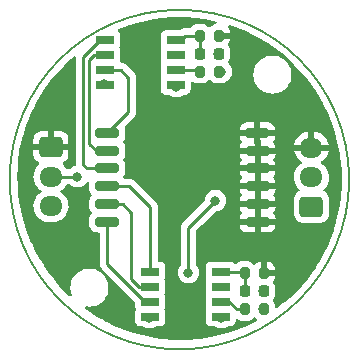
<source format=gbr>
%TF.GenerationSoftware,KiCad,Pcbnew,(6.0.11-0)*%
%TF.CreationDate,2024-03-07T11:04:15-05:00*%
%TF.ProjectId,CamperLightsSMD,43616d70-6572-44c6-9967-687473534d44,rev?*%
%TF.SameCoordinates,Original*%
%TF.FileFunction,Copper,L1,Top*%
%TF.FilePolarity,Positive*%
%FSLAX46Y46*%
G04 Gerber Fmt 4.6, Leading zero omitted, Abs format (unit mm)*
G04 Created by KiCad (PCBNEW (6.0.11-0)) date 2024-03-07 11:04:15*
%MOMM*%
%LPD*%
G01*
G04 APERTURE LIST*
G04 Aperture macros list*
%AMRoundRect*
0 Rectangle with rounded corners*
0 $1 Rounding radius*
0 $2 $3 $4 $5 $6 $7 $8 $9 X,Y pos of 4 corners*
0 Add a 4 corners polygon primitive as box body*
4,1,4,$2,$3,$4,$5,$6,$7,$8,$9,$2,$3,0*
0 Add four circle primitives for the rounded corners*
1,1,$1+$1,$2,$3*
1,1,$1+$1,$4,$5*
1,1,$1+$1,$6,$7*
1,1,$1+$1,$8,$9*
0 Add four rect primitives between the rounded corners*
20,1,$1+$1,$2,$3,$4,$5,0*
20,1,$1+$1,$4,$5,$6,$7,0*
20,1,$1+$1,$6,$7,$8,$9,0*
20,1,$1+$1,$8,$9,$2,$3,0*%
G04 Aperture macros list end*
%TA.AperFunction,NonConductor*%
%ADD10C,0.200000*%
%TD*%
%TA.AperFunction,SMDPad,CuDef*%
%ADD11RoundRect,0.200000X-0.800000X-0.200000X0.800000X-0.200000X0.800000X0.200000X-0.800000X0.200000X0*%
%TD*%
%TA.AperFunction,SMDPad,CuDef*%
%ADD12RoundRect,0.200000X-0.812500X-0.200000X0.812500X-0.200000X0.812500X0.200000X-0.812500X0.200000X0*%
%TD*%
%TA.AperFunction,SMDPad,CuDef*%
%ADD13RoundRect,0.200000X0.200000X0.275000X-0.200000X0.275000X-0.200000X-0.275000X0.200000X-0.275000X0*%
%TD*%
%TA.AperFunction,ComponentPad*%
%ADD14RoundRect,0.250000X0.725000X-0.600000X0.725000X0.600000X-0.725000X0.600000X-0.725000X-0.600000X0*%
%TD*%
%TA.AperFunction,ComponentPad*%
%ADD15O,1.950000X1.700000*%
%TD*%
%TA.AperFunction,ComponentPad*%
%ADD16RoundRect,0.250000X-0.725000X0.600000X-0.725000X-0.600000X0.725000X-0.600000X0.725000X0.600000X0*%
%TD*%
%TA.AperFunction,SMDPad,CuDef*%
%ADD17R,1.524000X0.660400*%
%TD*%
%TA.AperFunction,SMDPad,CuDef*%
%ADD18RoundRect,0.225000X-0.225000X-0.250000X0.225000X-0.250000X0.225000X0.250000X-0.225000X0.250000X0*%
%TD*%
%TA.AperFunction,ViaPad*%
%ADD19C,0.800000*%
%TD*%
%TA.AperFunction,Conductor*%
%ADD20C,0.250000*%
%TD*%
G04 APERTURE END LIST*
D10*
X157116410Y-95504000D02*
G75*
G03*
X157116410Y-95504000I-14368410J0D01*
G01*
D11*
%TO.P,U1,1,B+*%
%TO.N,5vIN*%
X149352000Y-91563000D03*
%TO.P,U1,7,B-*%
%TO.N,blue*%
X136652000Y-91563000D03*
D12*
%TO.P,U1,2,G+*%
%TO.N,5vIN*%
X149364500Y-93063000D03*
%TO.P,U1,8,G-*%
%TO.N,green*%
X136639500Y-93063000D03*
%TO.P,U1,9,R-*%
%TO.N,red*%
X136639500Y-94563000D03*
%TO.P,U1,3,R+*%
%TO.N,5vIN*%
X149364500Y-94563000D03*
%TO.P,U1,10,W-*%
%TO.N,white*%
X136639500Y-96063000D03*
%TO.P,U1,4,W+*%
%TO.N,5vIN*%
X149364500Y-96063000D03*
%TO.P,U1,11,P-*%
%TO.N,purple*%
X136639500Y-97563000D03*
%TO.P,U1,5,P+*%
%TO.N,5vIN*%
X149364500Y-97563000D03*
%TO.P,U1,12,Y-*%
%TO.N,yellow*%
X136639500Y-99063000D03*
%TO.P,U1,6,Y+*%
%TO.N,5vIN*%
X149364500Y-99063000D03*
%TD*%
D13*
%TO.P,R4,2*%
%TO.N,Net-(C2-Pad1)*%
X148273000Y-103416000D03*
%TO.P,R4,1*%
%TO.N,5vIN*%
X149923000Y-103416000D03*
%TD*%
%TO.P,R3,1*%
%TO.N,DOI*%
X149923000Y-106464000D03*
%TO.P,R3,2*%
%TO.N,Net-(IC2-Pad6)*%
X148273000Y-106464000D03*
%TD*%
%TO.P,R2,1*%
%TO.N,5vIN*%
X146113000Y-83312000D03*
%TO.P,R2,2*%
%TO.N,Net-(C1-Pad1)*%
X144463000Y-83312000D03*
%TD*%
%TO.P,R1,1*%
%TO.N,DIN*%
X146113000Y-86360000D03*
%TO.P,R1,2*%
%TO.N,Net-(IC1-Pad6)*%
X144463000Y-86360000D03*
%TD*%
D14*
%TO.P,J2,1,Pin_1*%
%TO.N,GND*%
X153924000Y-97790000D03*
D15*
%TO.P,J2,2,Pin_2*%
%TO.N,DO*%
X153924000Y-95290000D03*
%TO.P,J2,3,Pin_3*%
%TO.N,5vIN*%
X153924000Y-92790000D03*
%TD*%
D16*
%TO.P,J1,1,Pin_1*%
%TO.N,5vIN*%
X131872000Y-92750000D03*
D15*
%TO.P,J1,2,Pin_2*%
%TO.N,DIN*%
X131872000Y-95250000D03*
%TO.P,J1,3,Pin_3*%
%TO.N,GND*%
X131872000Y-97750000D03*
%TD*%
D17*
%TO.P,IC2,1,R*%
%TO.N,white*%
X140282600Y-103289000D03*
%TO.P,IC2,8,VDD*%
%TO.N,Net-(C2-Pad1)*%
X146229400Y-103289000D03*
%TO.P,IC2,2,G*%
%TO.N,purple*%
X140282600Y-104559000D03*
%TO.P,IC2,3,B*%
%TO.N,yellow*%
X140282600Y-105829000D03*
%TO.P,IC2,7,SET*%
%TO.N,unconnected-(IC2-Pad7)*%
X146229400Y-104559000D03*
%TO.P,IC2,6,DIN*%
%TO.N,Net-(IC2-Pad6)*%
X146229400Y-105829000D03*
%TO.P,IC2,4,GND*%
%TO.N,GND*%
X140282600Y-107099000D03*
%TO.P,IC2,5,DO*%
%TO.N,DO*%
X146229400Y-107099000D03*
%TD*%
%TO.P,IC1,1,R*%
%TO.N,red*%
X136472600Y-83693000D03*
%TO.P,IC1,8,VDD*%
%TO.N,Net-(C1-Pad1)*%
X142419400Y-83693000D03*
%TO.P,IC1,2,G*%
%TO.N,green*%
X136472600Y-84963000D03*
%TO.P,IC1,3,B*%
%TO.N,blue*%
X136472600Y-86233000D03*
%TO.P,IC1,7,SET*%
%TO.N,unconnected-(IC1-Pad7)*%
X142419400Y-84963000D03*
%TO.P,IC1,6,DIN*%
%TO.N,Net-(IC1-Pad6)*%
X142419400Y-86233000D03*
%TO.P,IC1,4,GND*%
%TO.N,GND*%
X136472600Y-87503000D03*
%TO.P,IC1,5,DO*%
%TO.N,DOI*%
X142419400Y-87503000D03*
%TD*%
D18*
%TO.P,C2,1*%
%TO.N,Net-(C2-Pad1)*%
X148323000Y-104940000D03*
%TO.P,C2,2*%
%TO.N,GND*%
X149873000Y-104940000D03*
%TD*%
%TO.P,C1,1*%
%TO.N,Net-(C1-Pad1)*%
X144513000Y-84836000D03*
%TO.P,C1,2*%
%TO.N,GND*%
X146063000Y-84836000D03*
%TD*%
D19*
%TO.N,DO*%
X145796000Y-97282000D03*
X143510000Y-103378000D03*
X146304000Y-107188000D03*
%TO.N,DIN*%
X146304000Y-86360000D03*
X134112000Y-95250000D03*
%TO.N,DOI*%
X149860000Y-106426000D03*
X142494000Y-87630000D03*
%TO.N,GND*%
X140208000Y-107188000D03*
X149860000Y-104902000D03*
X136398000Y-87376000D03*
X146050000Y-84836000D03*
%TD*%
D20*
%TO.N,DO*%
X143510000Y-103378000D02*
X143510000Y-99568000D01*
X143510000Y-99568000D02*
X145796000Y-97282000D01*
%TO.N,DIN*%
X131872000Y-95250000D02*
X134112000Y-95250000D01*
%TO.N,Net-(IC1-Pad6)*%
X142419400Y-86233000D02*
X144336000Y-86233000D01*
X144336000Y-86233000D02*
X144463000Y-86360000D01*
%TO.N,Net-(C1-Pad1)*%
X144513000Y-84836000D02*
X144513000Y-83362000D01*
X144513000Y-83362000D02*
X144463000Y-83312000D01*
X142419400Y-83693000D02*
X142875000Y-83693000D01*
X142875000Y-83693000D02*
X143256000Y-83312000D01*
X143256000Y-83312000D02*
X144463000Y-83312000D01*
%TO.N,blue*%
X136472600Y-86233000D02*
X137795000Y-86233000D01*
X138430000Y-86868000D02*
X138430000Y-89785000D01*
X137795000Y-86233000D02*
X138430000Y-86868000D01*
X138430000Y-89785000D02*
X136652000Y-91563000D01*
%TO.N,green*%
X136472600Y-84963000D02*
X135509000Y-84963000D01*
X135509000Y-84963000D02*
X135128000Y-85344000D01*
X135128000Y-85344000D02*
X135128000Y-92456000D01*
X135128000Y-92456000D02*
X135735000Y-93063000D01*
X135735000Y-93063000D02*
X136639500Y-93063000D01*
%TO.N,red*%
X136639500Y-94563000D02*
X134949000Y-94563000D01*
X134949000Y-94563000D02*
X134620000Y-94234000D01*
X134620000Y-94234000D02*
X134620000Y-85113800D01*
X134620000Y-85113800D02*
X136040800Y-83693000D01*
X136040800Y-83693000D02*
X136472600Y-83693000D01*
%TO.N,yellow*%
X136639500Y-99063000D02*
X136639500Y-102617700D01*
X139850800Y-105829000D02*
X140282600Y-105829000D01*
X136639500Y-102617700D02*
X139850800Y-105829000D01*
%TO.N,purple*%
X136639500Y-97563000D02*
X137949000Y-97563000D01*
X137949000Y-97563000D02*
X138684000Y-98298000D01*
X139357000Y-104559000D02*
X140282600Y-104559000D01*
X138684000Y-98298000D02*
X138684000Y-103886000D01*
X138684000Y-103886000D02*
X139357000Y-104559000D01*
%TO.N,white*%
X136639500Y-96063000D02*
X138481000Y-96063000D01*
X140282600Y-97864600D02*
X140282600Y-103289000D01*
X138481000Y-96063000D02*
X140282600Y-97864600D01*
%TO.N,Net-(IC2-Pad6)*%
X146229400Y-105829000D02*
X146977000Y-105829000D01*
X146977000Y-105829000D02*
X147612000Y-106464000D01*
X147612000Y-106464000D02*
X148273000Y-106464000D01*
%TO.N,Net-(C2-Pad1)*%
X148323000Y-104940000D02*
X148323000Y-103466000D01*
X148323000Y-103466000D02*
X148273000Y-103416000D01*
X146229400Y-103289000D02*
X148146000Y-103289000D01*
X148146000Y-103289000D02*
X148273000Y-103416000D01*
%TD*%
%TA.AperFunction,Conductor*%
%TO.N,5vIN*%
G36*
X143464854Y-81762861D02*
G01*
X143471403Y-81763204D01*
X144107036Y-81813230D01*
X144183023Y-81819210D01*
X144189585Y-81819900D01*
X144897261Y-81913067D01*
X144903759Y-81914097D01*
X145605604Y-82044176D01*
X145612029Y-82045541D01*
X145776912Y-82085126D01*
X145793793Y-82089179D01*
X145855362Y-82124532D01*
X145888044Y-82187558D01*
X145881463Y-82258249D01*
X145837709Y-82314161D01*
X145789124Y-82335244D01*
X145776649Y-82337743D01*
X145626757Y-82384715D01*
X145613012Y-82390921D01*
X145479426Y-82471824D01*
X145467557Y-82481131D01*
X145377449Y-82571239D01*
X145315137Y-82605265D01*
X145244322Y-82600200D01*
X145199259Y-82571239D01*
X145103381Y-82475361D01*
X144956699Y-82386528D01*
X144949452Y-82384257D01*
X144949450Y-82384256D01*
X144883164Y-82363483D01*
X144793062Y-82335247D01*
X144719635Y-82328500D01*
X144716737Y-82328500D01*
X144462335Y-82328501D01*
X144206366Y-82328501D01*
X144203508Y-82328764D01*
X144203499Y-82328764D01*
X144167996Y-82332026D01*
X144132938Y-82335247D01*
X144126560Y-82337246D01*
X144126559Y-82337246D01*
X143976550Y-82384256D01*
X143976548Y-82384257D01*
X143969301Y-82386528D01*
X143822619Y-82475361D01*
X143701361Y-82596619D01*
X143697424Y-82603120D01*
X143688551Y-82617771D01*
X143636154Y-82665678D01*
X143580775Y-82678500D01*
X143334763Y-82678500D01*
X143323579Y-82677973D01*
X143316091Y-82676299D01*
X143308168Y-82676548D01*
X143248033Y-82678438D01*
X143244075Y-82678500D01*
X143216144Y-82678500D01*
X143212229Y-82678995D01*
X143212225Y-82678995D01*
X143212167Y-82679003D01*
X143212138Y-82679006D01*
X143200296Y-82679939D01*
X143156110Y-82681327D01*
X143138744Y-82686372D01*
X143136658Y-82686978D01*
X143117306Y-82690986D01*
X143105068Y-82692532D01*
X143105066Y-82692533D01*
X143097203Y-82693526D01*
X143056086Y-82709806D01*
X143044885Y-82713641D01*
X143002406Y-82725982D01*
X142995587Y-82730015D01*
X142995582Y-82730017D01*
X142984971Y-82736293D01*
X142967221Y-82744990D01*
X142948383Y-82752448D01*
X142941967Y-82757109D01*
X142941966Y-82757110D01*
X142912625Y-82778428D01*
X142902701Y-82784947D01*
X142871460Y-82803422D01*
X142871455Y-82803426D01*
X142864637Y-82807458D01*
X142854700Y-82817395D01*
X142792388Y-82851421D01*
X142765605Y-82854300D01*
X141609266Y-82854300D01*
X141547084Y-82861055D01*
X141410695Y-82912185D01*
X141294139Y-82999539D01*
X141206785Y-83116095D01*
X141155655Y-83252484D01*
X141148900Y-83314666D01*
X141148900Y-84071334D01*
X141155655Y-84133516D01*
X141158429Y-84140915D01*
X141195876Y-84240804D01*
X141206785Y-84269905D01*
X141207713Y-84271143D01*
X141222083Y-84336848D01*
X141208162Y-84384257D01*
X141206785Y-84386095D01*
X141155655Y-84522484D01*
X141148900Y-84584666D01*
X141148900Y-85341334D01*
X141155655Y-85403516D01*
X141158429Y-85410915D01*
X141197679Y-85515614D01*
X141206785Y-85539905D01*
X141207713Y-85541143D01*
X141222083Y-85606848D01*
X141208162Y-85654257D01*
X141206785Y-85656095D01*
X141203636Y-85664496D01*
X141203634Y-85664499D01*
X141191900Y-85695801D01*
X141155655Y-85792484D01*
X141148900Y-85854666D01*
X141148900Y-86611334D01*
X141155655Y-86673516D01*
X141206785Y-86809905D01*
X141207713Y-86811143D01*
X141222083Y-86876848D01*
X141208162Y-86924257D01*
X141206785Y-86926095D01*
X141155655Y-87062484D01*
X141148900Y-87124666D01*
X141148900Y-87881334D01*
X141155655Y-87943516D01*
X141206785Y-88079905D01*
X141294139Y-88196461D01*
X141410695Y-88283815D01*
X141547084Y-88334945D01*
X141609266Y-88341700D01*
X141886999Y-88341700D01*
X141955120Y-88361702D01*
X141961060Y-88365764D01*
X142037248Y-88421118D01*
X142043276Y-88423802D01*
X142043278Y-88423803D01*
X142141873Y-88467700D01*
X142211712Y-88498794D01*
X142305113Y-88518647D01*
X142392056Y-88537128D01*
X142392061Y-88537128D01*
X142398513Y-88538500D01*
X142589487Y-88538500D01*
X142595939Y-88537128D01*
X142595944Y-88537128D01*
X142682887Y-88518647D01*
X142776288Y-88498794D01*
X142846127Y-88467700D01*
X142944722Y-88423803D01*
X142944724Y-88423802D01*
X142950752Y-88421118D01*
X143026940Y-88365764D01*
X143093808Y-88341906D01*
X143101001Y-88341700D01*
X143229534Y-88341700D01*
X143291716Y-88334945D01*
X143428105Y-88283815D01*
X143544661Y-88196461D01*
X143632015Y-88079905D01*
X143683145Y-87943516D01*
X143689900Y-87881334D01*
X143689900Y-87339875D01*
X143709902Y-87271754D01*
X143763558Y-87225261D01*
X143833832Y-87215157D01*
X143881171Y-87232099D01*
X143969301Y-87285472D01*
X143976548Y-87287743D01*
X143976550Y-87287744D01*
X144042836Y-87308517D01*
X144132938Y-87336753D01*
X144206365Y-87343500D01*
X144209263Y-87343500D01*
X144463665Y-87343499D01*
X144719634Y-87343499D01*
X144722492Y-87343236D01*
X144722501Y-87343236D01*
X144759080Y-87339875D01*
X144793062Y-87336753D01*
X144799447Y-87334752D01*
X144949450Y-87287744D01*
X144949452Y-87287743D01*
X144956699Y-87285472D01*
X145103381Y-87196639D01*
X145198905Y-87101115D01*
X145261217Y-87067089D01*
X145332032Y-87072154D01*
X145377095Y-87101115D01*
X145472619Y-87196639D01*
X145619301Y-87285472D01*
X145626548Y-87287743D01*
X145626550Y-87287744D01*
X145692836Y-87308517D01*
X145782938Y-87336753D01*
X145856365Y-87343500D01*
X145859263Y-87343500D01*
X146113665Y-87343499D01*
X146369634Y-87343499D01*
X146372492Y-87343236D01*
X146372501Y-87343236D01*
X146409080Y-87339875D01*
X146443062Y-87336753D01*
X146449447Y-87334752D01*
X146599450Y-87287744D01*
X146599452Y-87287743D01*
X146606699Y-87285472D01*
X146753381Y-87196639D01*
X146874639Y-87075381D01*
X146876437Y-87072412D01*
X146898947Y-87050713D01*
X146909909Y-87042749D01*
X146909911Y-87042747D01*
X146915253Y-87038866D01*
X146998178Y-86946768D01*
X147038621Y-86901852D01*
X147038622Y-86901851D01*
X147043040Y-86896944D01*
X147128657Y-86748652D01*
X147135223Y-86737279D01*
X147135224Y-86737278D01*
X147138527Y-86731556D01*
X147176724Y-86614000D01*
X149008526Y-86614000D01*
X149028391Y-86866403D01*
X149029545Y-86871210D01*
X149029546Y-86871216D01*
X149043201Y-86928092D01*
X149087495Y-87112591D01*
X149089388Y-87117162D01*
X149089389Y-87117164D01*
X149180346Y-87336753D01*
X149184384Y-87346502D01*
X149316672Y-87562376D01*
X149481102Y-87754898D01*
X149673624Y-87919328D01*
X149889498Y-88051616D01*
X149894068Y-88053509D01*
X149894072Y-88053511D01*
X149975142Y-88087091D01*
X150123409Y-88148505D01*
X150208032Y-88168821D01*
X150364784Y-88206454D01*
X150364790Y-88206455D01*
X150369597Y-88207609D01*
X150469416Y-88215465D01*
X150556345Y-88222307D01*
X150556352Y-88222307D01*
X150558801Y-88222500D01*
X150685199Y-88222500D01*
X150687648Y-88222307D01*
X150687655Y-88222307D01*
X150774584Y-88215465D01*
X150874403Y-88207609D01*
X150879210Y-88206455D01*
X150879216Y-88206454D01*
X151035968Y-88168821D01*
X151120591Y-88148505D01*
X151268858Y-88087091D01*
X151349928Y-88053511D01*
X151349932Y-88053509D01*
X151354502Y-88051616D01*
X151570376Y-87919328D01*
X151762898Y-87754898D01*
X151927328Y-87562376D01*
X152059616Y-87346502D01*
X152063655Y-87336753D01*
X152154611Y-87117164D01*
X152154612Y-87117162D01*
X152156505Y-87112591D01*
X152200799Y-86928092D01*
X152214454Y-86871216D01*
X152214455Y-86871210D01*
X152215609Y-86866403D01*
X152235474Y-86614000D01*
X152215609Y-86361597D01*
X152213650Y-86353435D01*
X152157660Y-86120221D01*
X152156505Y-86115409D01*
X152105716Y-85992793D01*
X152061511Y-85886072D01*
X152061509Y-85886068D01*
X152059616Y-85881498D01*
X151927328Y-85665624D01*
X151762898Y-85473102D01*
X151570376Y-85308672D01*
X151354502Y-85176384D01*
X151349932Y-85174491D01*
X151349928Y-85174489D01*
X151125164Y-85081389D01*
X151125162Y-85081388D01*
X151120591Y-85079495D01*
X151026175Y-85056828D01*
X150879216Y-85021546D01*
X150879210Y-85021545D01*
X150874403Y-85020391D01*
X150774584Y-85012535D01*
X150687655Y-85005693D01*
X150687648Y-85005693D01*
X150685199Y-85005500D01*
X150558801Y-85005500D01*
X150556352Y-85005693D01*
X150556345Y-85005693D01*
X150469416Y-85012535D01*
X150369597Y-85020391D01*
X150364790Y-85021545D01*
X150364784Y-85021546D01*
X150217825Y-85056828D01*
X150123409Y-85079495D01*
X150118838Y-85081388D01*
X150118836Y-85081389D01*
X149894072Y-85174489D01*
X149894068Y-85174491D01*
X149889498Y-85176384D01*
X149673624Y-85308672D01*
X149481102Y-85473102D01*
X149316672Y-85665624D01*
X149184384Y-85881498D01*
X149182491Y-85886068D01*
X149182489Y-85886072D01*
X149138284Y-85992793D01*
X149087495Y-86115409D01*
X149086340Y-86120221D01*
X149030351Y-86353435D01*
X149028391Y-86361597D01*
X149008526Y-86614000D01*
X147176724Y-86614000D01*
X147197542Y-86549928D01*
X147200708Y-86519810D01*
X147216814Y-86366565D01*
X147217504Y-86360000D01*
X147197542Y-86170072D01*
X147138527Y-85988444D01*
X147043040Y-85823056D01*
X147022587Y-85800340D01*
X146919675Y-85686045D01*
X146919674Y-85686044D01*
X146915253Y-85681134D01*
X146909909Y-85677251D01*
X146907814Y-85675365D01*
X146870575Y-85614918D01*
X146871928Y-85543934D01*
X146884866Y-85515614D01*
X146953462Y-85404331D01*
X146953463Y-85404329D01*
X146957302Y-85398101D01*
X147011149Y-85235757D01*
X147021500Y-85134732D01*
X147021500Y-84537268D01*
X147010887Y-84434981D01*
X146956756Y-84272732D01*
X146880454Y-84149429D01*
X146861617Y-84080978D01*
X146879823Y-84017856D01*
X146959077Y-83886992D01*
X146965285Y-83873243D01*
X147012256Y-83723356D01*
X147014869Y-83710306D01*
X147020734Y-83646479D01*
X147021000Y-83640691D01*
X147021000Y-83584115D01*
X147016525Y-83568876D01*
X147015135Y-83567671D01*
X147007452Y-83566000D01*
X145985000Y-83566000D01*
X145916879Y-83545998D01*
X145870386Y-83492342D01*
X145859000Y-83440000D01*
X145859000Y-83184000D01*
X145879002Y-83115879D01*
X145932658Y-83069386D01*
X145985000Y-83058000D01*
X147002884Y-83058000D01*
X147018123Y-83053525D01*
X147019328Y-83052135D01*
X147020999Y-83044452D01*
X147020999Y-82983295D01*
X147020736Y-82977546D01*
X147014868Y-82913685D01*
X147012257Y-82900649D01*
X146965285Y-82750757D01*
X146959079Y-82737012D01*
X146884398Y-82613700D01*
X146866219Y-82545070D01*
X146888029Y-82477507D01*
X146942905Y-82432460D01*
X147013423Y-82424233D01*
X147034234Y-82429655D01*
X147676004Y-82656917D01*
X147682162Y-82659281D01*
X148341613Y-82932435D01*
X148347639Y-82935118D01*
X148991890Y-83242410D01*
X148997768Y-83245405D01*
X149131625Y-83318083D01*
X149625071Y-83586002D01*
X149630742Y-83589276D01*
X150060285Y-83852500D01*
X150239377Y-83962248D01*
X150244909Y-83965841D01*
X150833158Y-84370134D01*
X150838478Y-84373999D01*
X151404796Y-84808550D01*
X151409901Y-84812685D01*
X151905256Y-85235757D01*
X151952661Y-85276245D01*
X151957560Y-85280656D01*
X152341098Y-85644619D01*
X152475333Y-85772003D01*
X152479994Y-85776664D01*
X152550792Y-85851269D01*
X152971341Y-86294436D01*
X152975752Y-86299336D01*
X153189778Y-86549928D01*
X153439315Y-86842099D01*
X153443450Y-86847204D01*
X153878001Y-87413522D01*
X153881866Y-87418842D01*
X154286159Y-88007091D01*
X154289752Y-88012623D01*
X154662724Y-88621258D01*
X154665998Y-88626929D01*
X154878762Y-89018792D01*
X155006595Y-89254232D01*
X155009590Y-89260110D01*
X155316882Y-89904361D01*
X155319565Y-89910387D01*
X155592719Y-90569838D01*
X155595083Y-90575996D01*
X155644987Y-90716921D01*
X155830075Y-91239592D01*
X155833354Y-91248853D01*
X155835391Y-91255123D01*
X156026220Y-91899351D01*
X156038112Y-91939498D01*
X156039816Y-91945853D01*
X156206455Y-92639954D01*
X156207824Y-92646396D01*
X156333200Y-93322865D01*
X156337902Y-93348232D01*
X156338933Y-93354739D01*
X156369703Y-93588462D01*
X156432100Y-94062417D01*
X156432790Y-94068977D01*
X156433386Y-94076550D01*
X156488796Y-94780597D01*
X156489139Y-94787146D01*
X156507696Y-95495826D01*
X156507824Y-95500702D01*
X156507824Y-95507284D01*
X156489139Y-96220854D01*
X156488796Y-96227403D01*
X156445574Y-96776588D01*
X156432790Y-96939023D01*
X156432100Y-96945583D01*
X156421347Y-97027260D01*
X156344496Y-97611007D01*
X156338934Y-97653252D01*
X156337903Y-97659759D01*
X156208672Y-98357032D01*
X156207826Y-98361594D01*
X156206457Y-98368037D01*
X156045771Y-99037343D01*
X156039820Y-99062130D01*
X156038117Y-99068485D01*
X155851978Y-99696880D01*
X155835392Y-99752873D01*
X155833355Y-99759143D01*
X155808768Y-99828576D01*
X155595083Y-100432004D01*
X155592719Y-100438162D01*
X155319565Y-101097613D01*
X155316882Y-101103639D01*
X155009590Y-101747890D01*
X155006595Y-101753768D01*
X154665998Y-102381071D01*
X154662724Y-102386742D01*
X154434122Y-102759787D01*
X154289752Y-102995377D01*
X154286159Y-103000909D01*
X154260381Y-103038417D01*
X153976827Y-103450990D01*
X153972961Y-103456310D01*
X153596352Y-103947116D01*
X153592201Y-103952242D01*
X153126472Y-104497541D01*
X153122061Y-104502440D01*
X152657809Y-104991660D01*
X152628404Y-105022646D01*
X152623742Y-105027308D01*
X152384323Y-105254509D01*
X152103538Y-105520964D01*
X152098638Y-105525375D01*
X151673118Y-105888804D01*
X151553336Y-105991107D01*
X151548210Y-105995259D01*
X151034203Y-106389670D01*
X150967983Y-106415270D01*
X150898434Y-106401005D01*
X150847638Y-106351404D01*
X150831499Y-106289707D01*
X150831499Y-106132366D01*
X150824753Y-106058938D01*
X150791657Y-105953328D01*
X150775744Y-105902550D01*
X150775743Y-105902548D01*
X150773472Y-105895301D01*
X150690179Y-105757766D01*
X150672000Y-105689137D01*
X150690695Y-105626380D01*
X150763462Y-105508331D01*
X150763463Y-105508329D01*
X150767302Y-105502101D01*
X150821149Y-105339757D01*
X150831500Y-105238732D01*
X150831500Y-104641268D01*
X150820887Y-104538981D01*
X150766756Y-104376732D01*
X150690454Y-104253429D01*
X150671617Y-104184978D01*
X150689823Y-104121856D01*
X150769077Y-103990992D01*
X150775285Y-103977243D01*
X150822256Y-103827356D01*
X150824869Y-103814306D01*
X150830734Y-103750479D01*
X150831000Y-103744691D01*
X150831000Y-103688115D01*
X150826525Y-103672876D01*
X150825135Y-103671671D01*
X150817452Y-103670000D01*
X149795000Y-103670000D01*
X149726879Y-103649998D01*
X149680386Y-103596342D01*
X149669000Y-103544000D01*
X149669000Y-103143885D01*
X150177000Y-103143885D01*
X150181475Y-103159124D01*
X150182865Y-103160329D01*
X150190548Y-103162000D01*
X150812884Y-103162000D01*
X150828123Y-103157525D01*
X150829328Y-103156135D01*
X150830999Y-103148452D01*
X150830999Y-103087295D01*
X150830736Y-103081546D01*
X150824868Y-103017685D01*
X150822257Y-103004649D01*
X150775285Y-102854757D01*
X150769079Y-102841012D01*
X150688176Y-102707426D01*
X150678869Y-102695557D01*
X150568443Y-102585131D01*
X150556574Y-102575824D01*
X150422988Y-102494921D01*
X150409243Y-102488715D01*
X150259356Y-102441744D01*
X150246306Y-102439131D01*
X150191414Y-102434087D01*
X150179876Y-102437475D01*
X150178671Y-102438865D01*
X150177000Y-102446548D01*
X150177000Y-103143885D01*
X149669000Y-103143885D01*
X149669000Y-102451116D01*
X149664525Y-102435877D01*
X149663135Y-102434672D01*
X149658706Y-102433709D01*
X149599685Y-102439132D01*
X149586649Y-102441743D01*
X149436757Y-102488715D01*
X149423012Y-102494921D01*
X149289426Y-102575824D01*
X149277557Y-102585131D01*
X149187449Y-102675239D01*
X149125137Y-102709265D01*
X149054322Y-102704200D01*
X149009259Y-102675239D01*
X148913381Y-102579361D01*
X148766699Y-102490528D01*
X148759452Y-102488257D01*
X148759450Y-102488256D01*
X148657165Y-102456202D01*
X148603062Y-102439247D01*
X148529635Y-102432500D01*
X148526737Y-102432500D01*
X148272335Y-102432501D01*
X148016366Y-102432501D01*
X148013508Y-102432764D01*
X148013499Y-102432764D01*
X147979619Y-102435877D01*
X147942938Y-102439247D01*
X147936560Y-102441246D01*
X147936559Y-102441246D01*
X147786550Y-102488256D01*
X147786548Y-102488257D01*
X147779301Y-102490528D01*
X147632619Y-102579361D01*
X147593385Y-102618595D01*
X147531073Y-102652621D01*
X147504290Y-102655500D01*
X147462626Y-102655500D01*
X147394505Y-102635498D01*
X147361801Y-102605065D01*
X147354661Y-102595539D01*
X147238105Y-102508185D01*
X147101716Y-102457055D01*
X147039534Y-102450300D01*
X145419266Y-102450300D01*
X145357084Y-102457055D01*
X145220695Y-102508185D01*
X145104139Y-102595539D01*
X145016785Y-102712095D01*
X144965655Y-102848484D01*
X144958900Y-102910666D01*
X144958900Y-103667334D01*
X144965655Y-103729516D01*
X144968429Y-103736915D01*
X145002334Y-103827356D01*
X145016785Y-103865905D01*
X145017713Y-103867143D01*
X145032083Y-103932848D01*
X145018162Y-103980257D01*
X145016785Y-103982095D01*
X145013636Y-103990496D01*
X145013634Y-103990499D01*
X144987299Y-104060749D01*
X144965655Y-104118484D01*
X144958900Y-104180666D01*
X144958900Y-104937334D01*
X144965655Y-104999516D01*
X145016785Y-105135905D01*
X145017713Y-105137143D01*
X145032083Y-105202848D01*
X145018162Y-105250257D01*
X145016785Y-105252095D01*
X145013636Y-105260496D01*
X145013634Y-105260499D01*
X144986486Y-105332918D01*
X144965655Y-105388484D01*
X144958900Y-105450666D01*
X144958900Y-106207334D01*
X144965655Y-106269516D01*
X144972818Y-106288623D01*
X145010699Y-106389670D01*
X145016785Y-106405905D01*
X145017713Y-106407143D01*
X145032083Y-106472848D01*
X145018162Y-106520257D01*
X145016785Y-106522095D01*
X144965655Y-106658484D01*
X144958900Y-106720666D01*
X144958900Y-107477334D01*
X144965655Y-107539516D01*
X145016785Y-107675905D01*
X145104139Y-107792461D01*
X145220695Y-107879815D01*
X145357084Y-107930945D01*
X145419266Y-107937700D01*
X145749301Y-107937700D01*
X145823361Y-107961763D01*
X145847248Y-107979118D01*
X145853276Y-107981802D01*
X145853278Y-107981803D01*
X146015681Y-108054109D01*
X146021712Y-108056794D01*
X146104085Y-108074303D01*
X146202056Y-108095128D01*
X146202061Y-108095128D01*
X146208513Y-108096500D01*
X146399487Y-108096500D01*
X146405939Y-108095128D01*
X146405944Y-108095128D01*
X146503915Y-108074303D01*
X146586288Y-108056794D01*
X146592319Y-108054109D01*
X146754722Y-107981803D01*
X146754724Y-107981802D01*
X146760752Y-107979118D01*
X146784639Y-107961763D01*
X146858699Y-107937700D01*
X147039534Y-107937700D01*
X147101716Y-107930945D01*
X147238105Y-107879815D01*
X147354661Y-107792461D01*
X147442015Y-107675905D01*
X147493145Y-107539516D01*
X147499900Y-107477334D01*
X147499900Y-107443875D01*
X147519902Y-107375754D01*
X147573558Y-107329261D01*
X147643832Y-107319157D01*
X147691171Y-107336099D01*
X147779301Y-107389472D01*
X147786548Y-107391743D01*
X147786550Y-107391744D01*
X147852836Y-107412517D01*
X147942938Y-107440753D01*
X148016365Y-107447500D01*
X148019263Y-107447500D01*
X148273665Y-107447499D01*
X148529634Y-107447499D01*
X148532492Y-107447236D01*
X148532501Y-107447236D01*
X148569080Y-107443875D01*
X148603062Y-107440753D01*
X148609447Y-107438752D01*
X148759450Y-107391744D01*
X148759452Y-107391743D01*
X148766699Y-107389472D01*
X148913381Y-107300639D01*
X149008905Y-107205115D01*
X149071217Y-107171089D01*
X149142032Y-107176154D01*
X149187095Y-107205115D01*
X149281368Y-107299388D01*
X149315394Y-107361700D01*
X149310329Y-107432515D01*
X149267782Y-107489351D01*
X149252395Y-107499214D01*
X149129955Y-107565693D01*
X149124079Y-107568687D01*
X148476787Y-107877430D01*
X148470772Y-107880108D01*
X147808221Y-108154545D01*
X147802063Y-108156909D01*
X147126044Y-108396301D01*
X147119774Y-108398338D01*
X146432165Y-108602017D01*
X146425827Y-108603716D01*
X145728455Y-108771140D01*
X145722022Y-108772507D01*
X145016878Y-108903197D01*
X145010380Y-108904227D01*
X144421037Y-108981815D01*
X144299376Y-108997832D01*
X144292816Y-108998522D01*
X144217576Y-109004444D01*
X143577851Y-109054791D01*
X143571302Y-109055134D01*
X142854378Y-109073907D01*
X142847810Y-109073907D01*
X142130886Y-109055134D01*
X142124337Y-109054791D01*
X141484612Y-109004444D01*
X141409372Y-108998522D01*
X141402812Y-108997832D01*
X141281151Y-108981815D01*
X140691808Y-108904227D01*
X140685310Y-108903197D01*
X139980166Y-108772507D01*
X139973733Y-108771140D01*
X139276361Y-108603716D01*
X139270023Y-108602017D01*
X138582414Y-108398338D01*
X138576144Y-108396301D01*
X137900125Y-108156909D01*
X137893967Y-108154545D01*
X137231416Y-107880108D01*
X137225401Y-107877430D01*
X136578109Y-107568687D01*
X136572233Y-107565693D01*
X136326949Y-107432515D01*
X135941981Y-107223495D01*
X135936310Y-107220221D01*
X135324815Y-106845496D01*
X135319283Y-106841903D01*
X134775321Y-106468048D01*
X134730510Y-106412980D01*
X134722585Y-106342427D01*
X134754062Y-106278789D01*
X134814947Y-106242272D01*
X134866399Y-106239759D01*
X134870783Y-106240453D01*
X134875597Y-106241609D01*
X134975416Y-106249465D01*
X135062345Y-106256307D01*
X135062352Y-106256307D01*
X135064801Y-106256500D01*
X135191199Y-106256500D01*
X135193648Y-106256307D01*
X135193655Y-106256307D01*
X135280584Y-106249465D01*
X135380403Y-106241609D01*
X135385210Y-106240455D01*
X135385216Y-106240454D01*
X135541968Y-106202821D01*
X135626591Y-106182505D01*
X135631164Y-106180611D01*
X135855928Y-106087511D01*
X135855932Y-106087509D01*
X135860502Y-106085616D01*
X136076376Y-105953328D01*
X136268898Y-105788898D01*
X136433328Y-105596376D01*
X136565616Y-105380502D01*
X136581656Y-105341780D01*
X136660611Y-105151164D01*
X136660612Y-105151162D01*
X136662505Y-105146591D01*
X136697814Y-104999516D01*
X136720454Y-104905216D01*
X136720455Y-104905210D01*
X136721609Y-104900403D01*
X136741474Y-104648000D01*
X136721609Y-104395597D01*
X136718748Y-104383676D01*
X136682162Y-104231287D01*
X136662505Y-104149409D01*
X136651092Y-104121856D01*
X136567511Y-103920072D01*
X136567509Y-103920068D01*
X136565616Y-103915498D01*
X136433328Y-103699624D01*
X136268898Y-103507102D01*
X136076376Y-103342672D01*
X135860502Y-103210384D01*
X135855932Y-103208491D01*
X135855928Y-103208489D01*
X135631164Y-103115389D01*
X135631162Y-103115388D01*
X135626591Y-103113495D01*
X135532842Y-103090988D01*
X135385216Y-103055546D01*
X135385210Y-103055545D01*
X135380403Y-103054391D01*
X135280584Y-103046535D01*
X135193655Y-103039693D01*
X135193648Y-103039693D01*
X135191199Y-103039500D01*
X135064801Y-103039500D01*
X135062352Y-103039693D01*
X135062345Y-103039693D01*
X134975416Y-103046535D01*
X134875597Y-103054391D01*
X134870790Y-103055545D01*
X134870784Y-103055546D01*
X134723158Y-103090988D01*
X134629409Y-103113495D01*
X134624838Y-103115388D01*
X134624836Y-103115389D01*
X134400072Y-103208489D01*
X134400068Y-103208491D01*
X134395498Y-103210384D01*
X134179624Y-103342672D01*
X133987102Y-103507102D01*
X133822672Y-103699624D01*
X133690384Y-103915498D01*
X133688491Y-103920068D01*
X133688489Y-103920072D01*
X133604908Y-104121856D01*
X133593495Y-104149409D01*
X133573838Y-104231287D01*
X133537253Y-104383676D01*
X133534391Y-104395597D01*
X133514526Y-104648000D01*
X133534391Y-104900403D01*
X133535545Y-104905210D01*
X133535546Y-104905216D01*
X133558186Y-104999516D01*
X133593495Y-105146591D01*
X133616798Y-105202848D01*
X133618809Y-105207704D01*
X133626398Y-105278293D01*
X133594619Y-105341780D01*
X133533561Y-105378008D01*
X133462610Y-105375474D01*
X133415667Y-105347319D01*
X133078448Y-105027310D01*
X133073784Y-105022646D01*
X133044379Y-104991660D01*
X132580127Y-104502440D01*
X132575716Y-104497541D01*
X132109987Y-103952242D01*
X132105835Y-103947116D01*
X132094887Y-103932848D01*
X131669243Y-103378138D01*
X131665375Y-103372813D01*
X131642886Y-103340090D01*
X131291514Y-102828842D01*
X131259191Y-102781811D01*
X131255598Y-102776279D01*
X131089378Y-102505033D01*
X130880873Y-102164783D01*
X130877599Y-102159112D01*
X130535401Y-101528861D01*
X130532406Y-101522984D01*
X130223669Y-100875705D01*
X130220986Y-100869678D01*
X129946549Y-100207127D01*
X129944185Y-100200969D01*
X129704793Y-99524950D01*
X129702755Y-99518676D01*
X129666917Y-99397688D01*
X129499077Y-98831071D01*
X129497374Y-98824716D01*
X129493665Y-98809263D01*
X129329954Y-98127361D01*
X129328585Y-98120918D01*
X129326728Y-98110895D01*
X129197897Y-97415784D01*
X129196866Y-97409277D01*
X129183665Y-97309000D01*
X129103262Y-96698282D01*
X129102572Y-96691722D01*
X129081318Y-96421667D01*
X129046303Y-95976757D01*
X129045960Y-95970208D01*
X129027187Y-95253284D01*
X129027187Y-95246702D01*
X129045960Y-94529792D01*
X129046303Y-94523243D01*
X129102572Y-93808278D01*
X129103262Y-93801718D01*
X129174467Y-93260862D01*
X129175499Y-93254346D01*
X129206374Y-93087760D01*
X129288176Y-92646396D01*
X129289545Y-92639954D01*
X129328454Y-92477885D01*
X130389000Y-92477885D01*
X130393475Y-92493124D01*
X130394865Y-92494329D01*
X130402548Y-92496000D01*
X131599885Y-92496000D01*
X131615124Y-92491525D01*
X131616329Y-92490135D01*
X131618000Y-92482452D01*
X131618000Y-92477885D01*
X132126000Y-92477885D01*
X132130475Y-92493124D01*
X132131865Y-92494329D01*
X132139548Y-92496000D01*
X133336884Y-92496000D01*
X133352123Y-92491525D01*
X133353328Y-92490135D01*
X133354999Y-92482452D01*
X133354999Y-92102905D01*
X133354662Y-92096386D01*
X133344743Y-92000794D01*
X133341851Y-91987400D01*
X133290412Y-91833216D01*
X133284239Y-91820038D01*
X133198937Y-91682193D01*
X133189901Y-91670792D01*
X133075171Y-91556261D01*
X133063760Y-91547249D01*
X132925757Y-91462184D01*
X132912576Y-91456037D01*
X132758290Y-91404862D01*
X132744914Y-91401995D01*
X132650562Y-91392328D01*
X132644145Y-91392000D01*
X132144115Y-91392000D01*
X132128876Y-91396475D01*
X132127671Y-91397865D01*
X132126000Y-91405548D01*
X132126000Y-92477885D01*
X131618000Y-92477885D01*
X131618000Y-91410116D01*
X131613525Y-91394877D01*
X131612135Y-91393672D01*
X131604452Y-91392001D01*
X131099905Y-91392001D01*
X131093386Y-91392338D01*
X130997794Y-91402257D01*
X130984400Y-91405149D01*
X130830216Y-91456588D01*
X130817038Y-91462761D01*
X130679193Y-91548063D01*
X130667792Y-91557099D01*
X130553261Y-91671829D01*
X130544249Y-91683240D01*
X130459184Y-91821243D01*
X130453037Y-91834424D01*
X130401862Y-91988710D01*
X130398995Y-92002086D01*
X130389328Y-92096438D01*
X130389000Y-92102855D01*
X130389000Y-92477885D01*
X129328454Y-92477885D01*
X129456184Y-91945853D01*
X129457888Y-91939498D01*
X129469781Y-91899351D01*
X129660609Y-91255123D01*
X129662646Y-91248853D01*
X129665926Y-91239592D01*
X129851013Y-90716921D01*
X129900917Y-90575996D01*
X129903281Y-90569838D01*
X130176435Y-89910387D01*
X130179118Y-89904361D01*
X130486410Y-89260110D01*
X130489405Y-89254232D01*
X130617238Y-89018792D01*
X130830002Y-88626929D01*
X130833276Y-88621258D01*
X131206248Y-88012623D01*
X131209841Y-88007091D01*
X131614134Y-87418842D01*
X131617999Y-87413522D01*
X132052550Y-86847204D01*
X132056685Y-86842099D01*
X132306222Y-86549928D01*
X132520248Y-86299336D01*
X132524659Y-86294436D01*
X132945209Y-85851269D01*
X133016006Y-85776664D01*
X133020667Y-85772003D01*
X133154902Y-85644619D01*
X133538440Y-85280656D01*
X133543339Y-85276245D01*
X133778670Y-85075254D01*
X133843459Y-85046223D01*
X133913659Y-85056828D01*
X133966982Y-85103703D01*
X133986500Y-85171065D01*
X133986500Y-94155233D01*
X133985973Y-94166416D01*
X133984298Y-94173909D01*
X133986097Y-94231122D01*
X133986435Y-94241888D01*
X133968583Y-94310604D01*
X133916415Y-94358759D01*
X133886694Y-94369094D01*
X133877225Y-94371107D01*
X133829712Y-94381206D01*
X133823682Y-94383891D01*
X133823681Y-94383891D01*
X133661278Y-94456197D01*
X133661276Y-94456198D01*
X133655248Y-94458882D01*
X133500747Y-94571134D01*
X133496332Y-94576037D01*
X133491420Y-94580460D01*
X133490295Y-94579211D01*
X133436986Y-94612051D01*
X133403800Y-94616500D01*
X133272596Y-94616500D01*
X133204475Y-94596498D01*
X133164877Y-94555866D01*
X133147519Y-94527260D01*
X133098623Y-94446683D01*
X133011689Y-94346500D01*
X132951023Y-94276588D01*
X132951021Y-94276586D01*
X132947523Y-94272555D01*
X132925751Y-94254703D01*
X132911471Y-94242994D01*
X132871476Y-94184334D01*
X132869545Y-94113364D01*
X132906290Y-94052616D01*
X132925059Y-94038416D01*
X133064807Y-93951937D01*
X133076208Y-93942901D01*
X133190739Y-93828171D01*
X133199751Y-93816760D01*
X133284816Y-93678757D01*
X133290963Y-93665576D01*
X133342138Y-93511290D01*
X133345005Y-93497914D01*
X133354672Y-93403562D01*
X133355000Y-93397146D01*
X133355000Y-93022115D01*
X133350525Y-93006876D01*
X133349135Y-93005671D01*
X133341452Y-93004000D01*
X130407116Y-93004000D01*
X130391877Y-93008475D01*
X130390672Y-93009865D01*
X130389001Y-93017548D01*
X130389001Y-93397095D01*
X130389338Y-93403614D01*
X130399257Y-93499206D01*
X130402149Y-93512600D01*
X130453588Y-93666784D01*
X130459761Y-93679962D01*
X130545063Y-93817807D01*
X130554099Y-93829208D01*
X130668829Y-93943739D01*
X130680243Y-93952753D01*
X130819713Y-94038723D01*
X130867207Y-94091495D01*
X130878631Y-94161566D01*
X130850357Y-94226690D01*
X130840574Y-94237149D01*
X130725865Y-94346576D01*
X130588246Y-94531542D01*
X130585830Y-94536293D01*
X130585828Y-94536297D01*
X130570086Y-94567260D01*
X130483760Y-94737051D01*
X130482178Y-94742145D01*
X130482177Y-94742148D01*
X130433335Y-94899446D01*
X130415393Y-94957227D01*
X130414692Y-94962516D01*
X130392604Y-95129173D01*
X130385102Y-95185774D01*
X130385302Y-95191103D01*
X130385302Y-95191105D01*
X130386604Y-95225774D01*
X130393751Y-95416158D01*
X130441093Y-95641791D01*
X130443051Y-95646750D01*
X130443052Y-95646752D01*
X130506616Y-95807704D01*
X130525776Y-95856221D01*
X130528543Y-95860780D01*
X130528544Y-95860783D01*
X130552789Y-95900737D01*
X130645377Y-96053317D01*
X130648874Y-96057347D01*
X130770148Y-96197103D01*
X130796477Y-96227445D01*
X130800608Y-96230832D01*
X130970627Y-96370240D01*
X130970633Y-96370244D01*
X130974755Y-96373624D01*
X131006250Y-96391552D01*
X131055555Y-96442632D01*
X131069417Y-96512262D01*
X131043434Y-96578333D01*
X131014284Y-96605573D01*
X130892681Y-96687441D01*
X130888824Y-96691120D01*
X130888822Y-96691122D01*
X130870665Y-96708443D01*
X130725865Y-96846576D01*
X130588246Y-97031542D01*
X130585830Y-97036293D01*
X130585828Y-97036297D01*
X130563230Y-97080745D01*
X130483760Y-97237051D01*
X130482178Y-97242145D01*
X130482177Y-97242148D01*
X130435860Y-97391312D01*
X130415393Y-97457227D01*
X130414692Y-97462516D01*
X130388549Y-97659768D01*
X130385102Y-97685774D01*
X130393751Y-97916158D01*
X130394846Y-97921377D01*
X130397608Y-97934542D01*
X130441093Y-98141791D01*
X130443051Y-98146750D01*
X130443052Y-98146752D01*
X130488610Y-98262110D01*
X130525776Y-98356221D01*
X130528543Y-98360780D01*
X130528544Y-98360783D01*
X130566067Y-98422619D01*
X130645377Y-98553317D01*
X130648874Y-98557347D01*
X130777687Y-98705791D01*
X130796477Y-98727445D01*
X130800608Y-98730832D01*
X130970627Y-98870240D01*
X130970633Y-98870244D01*
X130974755Y-98873624D01*
X130979391Y-98876263D01*
X130979394Y-98876265D01*
X131088422Y-98938327D01*
X131175114Y-98987675D01*
X131391825Y-99066337D01*
X131397074Y-99067286D01*
X131397077Y-99067287D01*
X131614608Y-99106623D01*
X131614615Y-99106624D01*
X131618692Y-99107361D01*
X131636414Y-99108197D01*
X131641356Y-99108430D01*
X131641363Y-99108430D01*
X131642844Y-99108500D01*
X132054890Y-99108500D01*
X132121809Y-99102822D01*
X132221409Y-99094371D01*
X132221413Y-99094370D01*
X132226720Y-99093920D01*
X132231875Y-99092582D01*
X132231881Y-99092581D01*
X132444703Y-99037343D01*
X132444707Y-99037342D01*
X132449872Y-99036001D01*
X132454738Y-99033809D01*
X132454741Y-99033808D01*
X132655202Y-98943507D01*
X132660075Y-98941312D01*
X132851319Y-98812559D01*
X132856802Y-98807329D01*
X132927798Y-98739601D01*
X133018135Y-98653424D01*
X133155754Y-98468458D01*
X133168394Y-98443598D01*
X133248498Y-98286043D01*
X133260240Y-98262949D01*
X133262954Y-98254211D01*
X133327024Y-98047871D01*
X133328607Y-98042773D01*
X133340114Y-97955955D01*
X133358198Y-97819511D01*
X133358198Y-97819506D01*
X133358898Y-97814226D01*
X133350249Y-97583842D01*
X133344614Y-97556983D01*
X133304002Y-97363428D01*
X133302907Y-97358209D01*
X133283577Y-97309263D01*
X133220185Y-97148744D01*
X133220184Y-97148742D01*
X133218224Y-97143779D01*
X133196523Y-97108016D01*
X133101390Y-96951243D01*
X133098623Y-96946683D01*
X133011755Y-96846576D01*
X132951023Y-96776588D01*
X132951021Y-96776586D01*
X132947523Y-96772555D01*
X132886999Y-96722928D01*
X132773373Y-96629760D01*
X132773367Y-96629756D01*
X132769245Y-96626376D01*
X132737750Y-96608448D01*
X132688445Y-96557368D01*
X132674583Y-96487738D01*
X132700566Y-96421667D01*
X132729716Y-96394427D01*
X132787790Y-96355329D01*
X132851319Y-96312559D01*
X133018135Y-96153424D01*
X133155754Y-95968458D01*
X133158170Y-95963706D01*
X133158175Y-95963698D01*
X133163922Y-95952394D01*
X133212625Y-95900737D01*
X133276238Y-95883500D01*
X133403800Y-95883500D01*
X133471921Y-95903502D01*
X133491147Y-95919843D01*
X133491420Y-95919540D01*
X133496332Y-95923963D01*
X133500747Y-95928866D01*
X133522329Y-95944546D01*
X133610296Y-96008458D01*
X133655248Y-96041118D01*
X133661276Y-96043802D01*
X133661278Y-96043803D01*
X133691699Y-96057347D01*
X133829712Y-96118794D01*
X133923112Y-96138647D01*
X134010056Y-96157128D01*
X134010061Y-96157128D01*
X134016513Y-96158500D01*
X134207487Y-96158500D01*
X134213939Y-96157128D01*
X134213944Y-96157128D01*
X134300887Y-96138647D01*
X134394288Y-96118794D01*
X134532301Y-96057347D01*
X134562722Y-96043803D01*
X134562724Y-96043802D01*
X134568752Y-96041118D01*
X134613705Y-96008458D01*
X134666351Y-95970208D01*
X134723253Y-95928866D01*
X134748539Y-95900783D01*
X134846621Y-95791852D01*
X134846622Y-95791851D01*
X134851040Y-95786944D01*
X134884110Y-95729665D01*
X134935491Y-95680673D01*
X135005204Y-95667236D01*
X135071115Y-95693623D01*
X135112298Y-95751455D01*
X135118265Y-95800582D01*
X135118897Y-95800611D01*
X135118766Y-95803474D01*
X135118500Y-95806365D01*
X135118501Y-96319634D01*
X135118764Y-96322492D01*
X135118764Y-96322501D01*
X135119583Y-96331414D01*
X135125247Y-96393062D01*
X135127246Y-96399440D01*
X135127246Y-96399441D01*
X135159151Y-96501248D01*
X135176528Y-96556699D01*
X135265361Y-96703381D01*
X135285885Y-96723905D01*
X135319911Y-96786217D01*
X135314846Y-96857032D01*
X135285885Y-96902095D01*
X135265361Y-96922619D01*
X135176528Y-97069301D01*
X135174257Y-97076548D01*
X135174256Y-97076550D01*
X135153489Y-97142817D01*
X135125247Y-97232938D01*
X135118500Y-97306365D01*
X135118501Y-97819634D01*
X135118764Y-97822492D01*
X135118764Y-97822501D01*
X135119583Y-97831414D01*
X135125247Y-97893062D01*
X135127246Y-97899440D01*
X135127246Y-97899441D01*
X135171356Y-98040194D01*
X135176528Y-98056699D01*
X135265361Y-98203381D01*
X135285885Y-98223905D01*
X135319911Y-98286217D01*
X135314846Y-98357032D01*
X135285885Y-98402095D01*
X135265361Y-98422619D01*
X135176528Y-98569301D01*
X135125247Y-98732938D01*
X135118500Y-98806365D01*
X135118501Y-99319634D01*
X135118764Y-99322492D01*
X135118764Y-99322501D01*
X135120889Y-99345627D01*
X135125247Y-99393062D01*
X135127246Y-99399440D01*
X135127246Y-99399441D01*
X135171331Y-99540114D01*
X135176528Y-99556699D01*
X135265361Y-99703381D01*
X135386619Y-99824639D01*
X135533301Y-99913472D01*
X135540548Y-99915743D01*
X135540550Y-99915744D01*
X135606836Y-99936517D01*
X135696938Y-99964753D01*
X135770365Y-99971500D01*
X135880000Y-99971500D01*
X135948121Y-99991502D01*
X135994614Y-100045158D01*
X136006000Y-100097500D01*
X136006000Y-102538933D01*
X136005473Y-102550116D01*
X136003798Y-102557609D01*
X136004047Y-102565535D01*
X136004047Y-102565536D01*
X136005938Y-102625686D01*
X136006000Y-102629645D01*
X136006000Y-102657556D01*
X136006497Y-102661490D01*
X136006497Y-102661491D01*
X136006505Y-102661556D01*
X136007438Y-102673393D01*
X136008827Y-102717589D01*
X136014478Y-102737039D01*
X136018487Y-102756400D01*
X136021026Y-102776497D01*
X136023945Y-102783868D01*
X136023945Y-102783870D01*
X136037304Y-102817612D01*
X136041149Y-102828842D01*
X136048678Y-102854757D01*
X136053482Y-102871293D01*
X136057515Y-102878112D01*
X136057517Y-102878117D01*
X136063793Y-102888728D01*
X136072488Y-102906476D01*
X136079948Y-102925317D01*
X136084610Y-102931733D01*
X136084610Y-102931734D01*
X136105936Y-102961087D01*
X136112452Y-102971007D01*
X136128525Y-102998184D01*
X136134958Y-103009062D01*
X136149279Y-103023383D01*
X136162119Y-103038416D01*
X136174028Y-103054807D01*
X136180134Y-103059858D01*
X136208105Y-103082998D01*
X136216884Y-103090988D01*
X138975195Y-105849300D01*
X139009221Y-105911612D01*
X139012100Y-105938395D01*
X139012100Y-106207334D01*
X139018855Y-106269516D01*
X139026018Y-106288623D01*
X139063899Y-106389670D01*
X139069985Y-106405905D01*
X139070913Y-106407143D01*
X139085283Y-106472848D01*
X139071362Y-106520257D01*
X139069985Y-106522095D01*
X139018855Y-106658484D01*
X139012100Y-106720666D01*
X139012100Y-107477334D01*
X139018855Y-107539516D01*
X139069985Y-107675905D01*
X139157339Y-107792461D01*
X139273895Y-107879815D01*
X139410284Y-107930945D01*
X139472466Y-107937700D01*
X139653301Y-107937700D01*
X139727361Y-107961763D01*
X139751248Y-107979118D01*
X139757276Y-107981802D01*
X139757278Y-107981803D01*
X139919681Y-108054109D01*
X139925712Y-108056794D01*
X140008085Y-108074303D01*
X140106056Y-108095128D01*
X140106061Y-108095128D01*
X140112513Y-108096500D01*
X140303487Y-108096500D01*
X140309939Y-108095128D01*
X140309944Y-108095128D01*
X140407915Y-108074303D01*
X140490288Y-108056794D01*
X140496319Y-108054109D01*
X140658722Y-107981803D01*
X140658724Y-107981802D01*
X140664752Y-107979118D01*
X140688639Y-107961763D01*
X140762699Y-107937700D01*
X141092734Y-107937700D01*
X141154916Y-107930945D01*
X141291305Y-107879815D01*
X141407861Y-107792461D01*
X141495215Y-107675905D01*
X141546345Y-107539516D01*
X141553100Y-107477334D01*
X141553100Y-106720666D01*
X141546345Y-106658484D01*
X141495215Y-106522095D01*
X141494287Y-106520857D01*
X141479917Y-106455152D01*
X141493838Y-106407743D01*
X141495215Y-106405905D01*
X141501302Y-106389670D01*
X141539182Y-106288623D01*
X141546345Y-106269516D01*
X141553100Y-106207334D01*
X141553100Y-105450666D01*
X141546345Y-105388484D01*
X141525514Y-105332918D01*
X141498366Y-105260499D01*
X141498364Y-105260496D01*
X141495215Y-105252095D01*
X141494287Y-105250857D01*
X141479917Y-105185152D01*
X141493838Y-105137743D01*
X141495215Y-105135905D01*
X141546345Y-104999516D01*
X141553100Y-104937334D01*
X141553100Y-104180666D01*
X141546345Y-104118484D01*
X141524701Y-104060749D01*
X141498366Y-103990499D01*
X141498364Y-103990496D01*
X141495215Y-103982095D01*
X141494287Y-103980857D01*
X141479917Y-103915152D01*
X141493838Y-103867743D01*
X141495215Y-103865905D01*
X141509667Y-103827356D01*
X141543571Y-103736915D01*
X141546345Y-103729516D01*
X141553100Y-103667334D01*
X141553100Y-103378000D01*
X142596496Y-103378000D01*
X142616458Y-103567928D01*
X142675473Y-103749556D01*
X142770960Y-103914944D01*
X142775378Y-103919851D01*
X142775379Y-103919852D01*
X142838990Y-103990499D01*
X142898747Y-104056866D01*
X143053248Y-104169118D01*
X143059276Y-104171802D01*
X143059278Y-104171803D01*
X143195153Y-104232298D01*
X143227712Y-104246794D01*
X143301076Y-104262388D01*
X143408056Y-104285128D01*
X143408061Y-104285128D01*
X143414513Y-104286500D01*
X143605487Y-104286500D01*
X143611939Y-104285128D01*
X143611944Y-104285128D01*
X143718924Y-104262388D01*
X143792288Y-104246794D01*
X143824847Y-104232298D01*
X143960722Y-104171803D01*
X143960724Y-104171802D01*
X143966752Y-104169118D01*
X144121253Y-104056866D01*
X144181010Y-103990499D01*
X144244621Y-103919852D01*
X144244622Y-103919851D01*
X144249040Y-103914944D01*
X144344527Y-103749556D01*
X144403542Y-103567928D01*
X144423504Y-103378000D01*
X144403542Y-103188072D01*
X144344527Y-103006444D01*
X144338138Y-102995377D01*
X144296829Y-102923829D01*
X144249040Y-102841056D01*
X144175863Y-102759785D01*
X144145147Y-102695779D01*
X144143500Y-102675476D01*
X144143500Y-99882594D01*
X144163502Y-99814473D01*
X144180405Y-99793499D01*
X144646610Y-99327294D01*
X147844709Y-99327294D01*
X147850132Y-99386315D01*
X147852743Y-99399351D01*
X147899715Y-99549243D01*
X147905921Y-99562988D01*
X147986824Y-99696574D01*
X147996131Y-99708443D01*
X148106557Y-99818869D01*
X148118426Y-99828176D01*
X148252012Y-99909079D01*
X148265757Y-99915285D01*
X148415644Y-99962256D01*
X148428694Y-99964869D01*
X148492521Y-99970734D01*
X148498309Y-99971000D01*
X149092385Y-99971000D01*
X149107624Y-99966525D01*
X149108829Y-99965135D01*
X149110500Y-99957452D01*
X149110500Y-99952884D01*
X149618500Y-99952884D01*
X149622975Y-99968123D01*
X149624365Y-99969328D01*
X149632048Y-99970999D01*
X150230705Y-99970999D01*
X150236454Y-99970736D01*
X150300315Y-99964868D01*
X150313351Y-99962257D01*
X150463243Y-99915285D01*
X150476988Y-99909079D01*
X150610574Y-99828176D01*
X150622443Y-99818869D01*
X150732869Y-99708443D01*
X150742176Y-99696574D01*
X150823079Y-99562988D01*
X150829285Y-99549243D01*
X150876256Y-99399356D01*
X150878869Y-99386306D01*
X150883913Y-99331414D01*
X150880525Y-99319876D01*
X150879135Y-99318671D01*
X150871452Y-99317000D01*
X149636615Y-99317000D01*
X149621376Y-99321475D01*
X149620171Y-99322865D01*
X149618500Y-99330548D01*
X149618500Y-99952884D01*
X149110500Y-99952884D01*
X149110500Y-99335115D01*
X149106025Y-99319876D01*
X149104635Y-99318671D01*
X149096952Y-99317000D01*
X147862116Y-99317000D01*
X147846877Y-99321475D01*
X147845672Y-99322865D01*
X147844709Y-99327294D01*
X144646610Y-99327294D01*
X145746499Y-98227405D01*
X145808811Y-98193379D01*
X145835594Y-98190500D01*
X145891487Y-98190500D01*
X145897939Y-98189128D01*
X145897944Y-98189128D01*
X145984887Y-98170647D01*
X146078288Y-98150794D01*
X146087367Y-98146752D01*
X146246722Y-98075803D01*
X146246724Y-98075802D01*
X146252752Y-98073118D01*
X146266409Y-98063196D01*
X146366626Y-97990383D01*
X146407253Y-97960866D01*
X146501122Y-97856614D01*
X146527522Y-97827294D01*
X147844709Y-97827294D01*
X147850132Y-97886315D01*
X147852743Y-97899351D01*
X147899715Y-98049243D01*
X147905921Y-98062988D01*
X147986824Y-98196574D01*
X147996131Y-98208443D01*
X148011593Y-98223905D01*
X148045619Y-98286217D01*
X148040554Y-98357032D01*
X148011593Y-98402095D01*
X147996131Y-98417557D01*
X147986824Y-98429426D01*
X147905921Y-98563012D01*
X147899715Y-98576757D01*
X147852744Y-98726644D01*
X147850131Y-98739694D01*
X147845087Y-98794586D01*
X147848475Y-98806124D01*
X147849865Y-98807329D01*
X147857548Y-98809000D01*
X149092385Y-98809000D01*
X149107624Y-98804525D01*
X149108829Y-98803135D01*
X149110500Y-98795452D01*
X149110500Y-98790885D01*
X149618500Y-98790885D01*
X149622975Y-98806124D01*
X149624365Y-98807329D01*
X149632048Y-98809000D01*
X150866884Y-98809000D01*
X150882123Y-98804525D01*
X150883328Y-98803135D01*
X150884291Y-98798706D01*
X150878868Y-98739685D01*
X150876257Y-98726649D01*
X150829285Y-98576757D01*
X150823079Y-98563012D01*
X150742176Y-98429426D01*
X150732869Y-98417557D01*
X150717407Y-98402095D01*
X150683381Y-98339783D01*
X150688446Y-98268968D01*
X150717407Y-98223905D01*
X150732869Y-98208443D01*
X150742176Y-98196574D01*
X150823079Y-98062988D01*
X150829285Y-98049243D01*
X150876256Y-97899356D01*
X150878869Y-97886306D01*
X150883913Y-97831414D01*
X150880525Y-97819876D01*
X150879135Y-97818671D01*
X150871452Y-97817000D01*
X149636615Y-97817000D01*
X149621376Y-97821475D01*
X149620171Y-97822865D01*
X149618500Y-97830548D01*
X149618500Y-98790885D01*
X149110500Y-98790885D01*
X149110500Y-97835115D01*
X149106025Y-97819876D01*
X149104635Y-97818671D01*
X149096952Y-97817000D01*
X147862116Y-97817000D01*
X147846877Y-97821475D01*
X147845672Y-97822865D01*
X147844709Y-97827294D01*
X146527522Y-97827294D01*
X146530621Y-97823852D01*
X146530622Y-97823851D01*
X146535040Y-97818944D01*
X146624095Y-97664697D01*
X146627223Y-97659279D01*
X146627224Y-97659278D01*
X146630527Y-97653556D01*
X146689542Y-97471928D01*
X146690910Y-97458917D01*
X146708814Y-97288565D01*
X146709504Y-97282000D01*
X146704280Y-97232296D01*
X146690232Y-97098635D01*
X146690232Y-97098633D01*
X146689542Y-97092072D01*
X146630527Y-96910444D01*
X146601302Y-96859824D01*
X146589731Y-96839783D01*
X146535040Y-96745056D01*
X146509506Y-96716697D01*
X146411675Y-96608045D01*
X146411674Y-96608044D01*
X146407253Y-96603134D01*
X146263880Y-96498967D01*
X146258094Y-96494763D01*
X146258093Y-96494762D01*
X146252752Y-96490882D01*
X146246724Y-96488198D01*
X146246722Y-96488197D01*
X146084319Y-96415891D01*
X146084318Y-96415891D01*
X146078288Y-96413206D01*
X145976405Y-96391550D01*
X145897944Y-96374872D01*
X145897939Y-96374872D01*
X145891487Y-96373500D01*
X145700513Y-96373500D01*
X145694061Y-96374872D01*
X145694056Y-96374872D01*
X145615595Y-96391550D01*
X145513712Y-96413206D01*
X145507682Y-96415891D01*
X145507681Y-96415891D01*
X145345278Y-96488197D01*
X145345276Y-96488198D01*
X145339248Y-96490882D01*
X145333907Y-96494762D01*
X145333906Y-96494763D01*
X145328120Y-96498967D01*
X145184747Y-96603134D01*
X145180326Y-96608044D01*
X145180325Y-96608045D01*
X145082495Y-96716697D01*
X145056960Y-96745056D01*
X145002269Y-96839783D01*
X144990699Y-96859824D01*
X144961473Y-96910444D01*
X144902458Y-97092072D01*
X144901768Y-97098633D01*
X144901768Y-97098635D01*
X144895741Y-97155982D01*
X144886943Y-97239694D01*
X144885093Y-97257292D01*
X144858080Y-97322949D01*
X144848878Y-97333217D01*
X143117747Y-99064348D01*
X143109461Y-99071888D01*
X143102982Y-99076000D01*
X143097557Y-99081777D01*
X143056357Y-99125651D01*
X143053602Y-99128493D01*
X143033865Y-99148230D01*
X143031385Y-99151427D01*
X143023682Y-99160447D01*
X142993414Y-99192679D01*
X142989595Y-99199625D01*
X142989593Y-99199628D01*
X142983652Y-99210434D01*
X142972801Y-99226953D01*
X142960386Y-99242959D01*
X142957241Y-99250228D01*
X142957238Y-99250232D01*
X142942826Y-99283537D01*
X142937609Y-99294187D01*
X142916305Y-99332940D01*
X142914334Y-99340615D01*
X142914334Y-99340616D01*
X142911267Y-99352562D01*
X142904863Y-99371266D01*
X142896819Y-99389855D01*
X142895580Y-99397678D01*
X142895577Y-99397688D01*
X142889901Y-99433524D01*
X142887495Y-99445144D01*
X142876500Y-99487970D01*
X142876500Y-99508224D01*
X142874949Y-99527934D01*
X142871780Y-99547943D01*
X142872526Y-99555835D01*
X142875941Y-99591961D01*
X142876500Y-99603819D01*
X142876500Y-102675476D01*
X142856498Y-102743597D01*
X142844142Y-102759779D01*
X142770960Y-102841056D01*
X142723171Y-102923829D01*
X142681863Y-102995377D01*
X142675473Y-103006444D01*
X142616458Y-103188072D01*
X142596496Y-103378000D01*
X141553100Y-103378000D01*
X141553100Y-102910666D01*
X141546345Y-102848484D01*
X141495215Y-102712095D01*
X141407861Y-102595539D01*
X141291305Y-102508185D01*
X141154916Y-102457055D01*
X141092734Y-102450300D01*
X141042100Y-102450300D01*
X140973979Y-102430298D01*
X140927486Y-102376642D01*
X140916100Y-102324300D01*
X140916100Y-97943367D01*
X140916627Y-97932184D01*
X140918302Y-97924691D01*
X140917506Y-97899351D01*
X140916162Y-97856614D01*
X140916100Y-97852655D01*
X140916100Y-97824744D01*
X140915595Y-97820744D01*
X140914662Y-97808901D01*
X140913522Y-97772629D01*
X140913273Y-97764710D01*
X140907622Y-97745258D01*
X140903614Y-97725906D01*
X140902067Y-97713663D01*
X140901074Y-97705803D01*
X140895255Y-97691105D01*
X140884800Y-97664697D01*
X140880955Y-97653470D01*
X140879154Y-97647271D01*
X140868618Y-97611007D01*
X140858307Y-97593572D01*
X140849612Y-97575824D01*
X140842152Y-97556983D01*
X140816164Y-97521213D01*
X140809648Y-97511293D01*
X140791180Y-97480065D01*
X140791178Y-97480062D01*
X140787142Y-97473238D01*
X140772821Y-97458917D01*
X140759980Y-97443883D01*
X140752731Y-97433906D01*
X140748072Y-97427493D01*
X140713995Y-97399302D01*
X140705216Y-97391312D01*
X139641199Y-96327294D01*
X147844709Y-96327294D01*
X147850132Y-96386315D01*
X147852743Y-96399351D01*
X147899715Y-96549243D01*
X147905921Y-96562988D01*
X147986824Y-96696574D01*
X147996131Y-96708443D01*
X148011593Y-96723905D01*
X148045619Y-96786217D01*
X148040554Y-96857032D01*
X148011593Y-96902095D01*
X147996131Y-96917557D01*
X147986824Y-96929426D01*
X147905921Y-97063012D01*
X147899715Y-97076757D01*
X147852744Y-97226644D01*
X147850131Y-97239694D01*
X147845087Y-97294586D01*
X147848475Y-97306124D01*
X147849865Y-97307329D01*
X147857548Y-97309000D01*
X149092385Y-97309000D01*
X149107624Y-97304525D01*
X149108829Y-97303135D01*
X149110500Y-97295452D01*
X149110500Y-97290885D01*
X149618500Y-97290885D01*
X149622975Y-97306124D01*
X149624365Y-97307329D01*
X149632048Y-97309000D01*
X150866884Y-97309000D01*
X150882123Y-97304525D01*
X150883328Y-97303135D01*
X150884291Y-97298706D01*
X150878868Y-97239685D01*
X150876257Y-97226649D01*
X150829285Y-97076757D01*
X150823079Y-97063012D01*
X150742176Y-96929426D01*
X150732869Y-96917557D01*
X150717407Y-96902095D01*
X150683381Y-96839783D01*
X150688446Y-96768968D01*
X150717407Y-96723905D01*
X150732869Y-96708443D01*
X150742176Y-96696574D01*
X150823079Y-96562988D01*
X150829285Y-96549243D01*
X150876256Y-96399356D01*
X150878869Y-96386306D01*
X150883913Y-96331414D01*
X150880525Y-96319876D01*
X150879135Y-96318671D01*
X150871452Y-96317000D01*
X149636615Y-96317000D01*
X149621376Y-96321475D01*
X149620171Y-96322865D01*
X149618500Y-96330548D01*
X149618500Y-97290885D01*
X149110500Y-97290885D01*
X149110500Y-96335115D01*
X149106025Y-96319876D01*
X149104635Y-96318671D01*
X149096952Y-96317000D01*
X147862116Y-96317000D01*
X147846877Y-96321475D01*
X147845672Y-96322865D01*
X147844709Y-96327294D01*
X139641199Y-96327294D01*
X138984652Y-95670747D01*
X138977112Y-95662461D01*
X138973000Y-95655982D01*
X138923348Y-95609356D01*
X138920507Y-95606602D01*
X138900770Y-95586865D01*
X138897573Y-95584385D01*
X138888551Y-95576680D01*
X138862100Y-95551841D01*
X138856321Y-95546414D01*
X138849375Y-95542595D01*
X138849372Y-95542593D01*
X138838566Y-95536652D01*
X138822047Y-95525801D01*
X138821583Y-95525441D01*
X138806041Y-95513386D01*
X138798772Y-95510241D01*
X138798768Y-95510238D01*
X138765463Y-95495826D01*
X138754813Y-95490609D01*
X138716060Y-95469305D01*
X138696437Y-95464267D01*
X138677734Y-95457863D01*
X138666420Y-95452967D01*
X138666419Y-95452967D01*
X138659145Y-95449819D01*
X138651322Y-95448580D01*
X138651312Y-95448577D01*
X138615476Y-95442901D01*
X138603856Y-95440495D01*
X138568711Y-95431472D01*
X138568710Y-95431472D01*
X138561030Y-95429500D01*
X138540776Y-95429500D01*
X138521065Y-95427949D01*
X138508886Y-95426020D01*
X138501057Y-95424780D01*
X138493165Y-95425526D01*
X138457039Y-95428941D01*
X138445181Y-95429500D01*
X138091710Y-95429500D01*
X138023589Y-95409498D01*
X137977096Y-95355842D01*
X137966992Y-95285568D01*
X137996486Y-95220988D01*
X138002615Y-95214405D01*
X138013639Y-95203381D01*
X138102472Y-95056699D01*
X138121110Y-94997227D01*
X138151752Y-94899446D01*
X138153753Y-94893062D01*
X138159796Y-94827294D01*
X147844709Y-94827294D01*
X147850132Y-94886315D01*
X147852743Y-94899351D01*
X147899715Y-95049243D01*
X147905921Y-95062988D01*
X147986824Y-95196574D01*
X147996131Y-95208443D01*
X148011593Y-95223905D01*
X148045619Y-95286217D01*
X148040554Y-95357032D01*
X148011593Y-95402095D01*
X147996131Y-95417557D01*
X147986824Y-95429426D01*
X147905921Y-95563012D01*
X147899715Y-95576757D01*
X147852744Y-95726644D01*
X147850131Y-95739694D01*
X147845087Y-95794586D01*
X147848475Y-95806124D01*
X147849865Y-95807329D01*
X147857548Y-95809000D01*
X149092385Y-95809000D01*
X149107624Y-95804525D01*
X149108829Y-95803135D01*
X149110500Y-95795452D01*
X149110500Y-95790885D01*
X149618500Y-95790885D01*
X149622975Y-95806124D01*
X149624365Y-95807329D01*
X149632048Y-95809000D01*
X150866884Y-95809000D01*
X150882123Y-95804525D01*
X150883328Y-95803135D01*
X150884291Y-95798706D01*
X150878868Y-95739685D01*
X150876257Y-95726649D01*
X150829285Y-95576757D01*
X150823079Y-95563012D01*
X150742176Y-95429426D01*
X150732869Y-95417557D01*
X150717407Y-95402095D01*
X150683381Y-95339783D01*
X150688446Y-95268968D01*
X150716206Y-95225774D01*
X152437102Y-95225774D01*
X152437302Y-95231103D01*
X152437302Y-95231105D01*
X152439347Y-95285568D01*
X152445751Y-95456158D01*
X152493093Y-95681791D01*
X152495051Y-95686750D01*
X152495052Y-95686752D01*
X152543331Y-95809000D01*
X152577776Y-95896221D01*
X152580543Y-95900780D01*
X152580544Y-95900783D01*
X152642998Y-96003703D01*
X152697377Y-96093317D01*
X152700874Y-96097347D01*
X152821760Y-96236656D01*
X152848477Y-96267445D01*
X152884120Y-96296670D01*
X152924114Y-96355329D01*
X152926046Y-96426299D01*
X152889302Y-96487048D01*
X152870532Y-96501248D01*
X152852734Y-96512262D01*
X152724652Y-96591522D01*
X152599695Y-96716697D01*
X152595855Y-96722927D01*
X152595854Y-96722928D01*
X152567475Y-96768968D01*
X152506885Y-96867262D01*
X152492562Y-96910444D01*
X152455652Y-97021727D01*
X152451203Y-97035139D01*
X152440500Y-97139600D01*
X152440500Y-98440400D01*
X152440837Y-98443646D01*
X152440837Y-98443650D01*
X152443856Y-98472740D01*
X152451474Y-98546166D01*
X152507450Y-98713946D01*
X152600522Y-98864348D01*
X152725697Y-98989305D01*
X152731927Y-98993145D01*
X152731928Y-98993146D01*
X152869090Y-99077694D01*
X152876262Y-99082115D01*
X152913213Y-99094371D01*
X153037611Y-99135632D01*
X153037613Y-99135632D01*
X153044139Y-99137797D01*
X153050975Y-99138497D01*
X153050978Y-99138498D01*
X153094031Y-99142909D01*
X153148600Y-99148500D01*
X154699400Y-99148500D01*
X154702646Y-99148163D01*
X154702650Y-99148163D01*
X154798308Y-99138238D01*
X154798312Y-99138237D01*
X154805166Y-99137526D01*
X154811702Y-99135345D01*
X154811704Y-99135345D01*
X154943806Y-99091272D01*
X154972946Y-99081550D01*
X155123348Y-98988478D01*
X155248305Y-98863303D01*
X155268173Y-98831071D01*
X155337275Y-98718968D01*
X155337276Y-98718966D01*
X155341115Y-98712738D01*
X155392656Y-98557347D01*
X155394632Y-98551389D01*
X155394632Y-98551387D01*
X155396797Y-98544861D01*
X155407500Y-98440400D01*
X155407500Y-97139600D01*
X155402569Y-97092072D01*
X155397238Y-97040692D01*
X155397237Y-97040688D01*
X155396526Y-97033834D01*
X155383059Y-96993467D01*
X155342868Y-96873002D01*
X155340550Y-96866054D01*
X155247478Y-96715652D01*
X155122303Y-96590695D01*
X154976660Y-96500919D01*
X154929168Y-96448148D01*
X154917744Y-96378076D01*
X154946018Y-96312952D01*
X154955805Y-96302490D01*
X155034495Y-96227423D01*
X155070135Y-96193424D01*
X155207754Y-96008458D01*
X155227202Y-95970208D01*
X155287679Y-95851256D01*
X155312240Y-95802949D01*
X155318985Y-95781229D01*
X155379024Y-95587871D01*
X155380607Y-95582773D01*
X155389160Y-95518242D01*
X155410198Y-95359511D01*
X155410198Y-95359506D01*
X155410898Y-95354226D01*
X155408321Y-95285568D01*
X155402449Y-95129173D01*
X155402249Y-95123842D01*
X155354907Y-94898209D01*
X155352948Y-94893248D01*
X155272185Y-94688744D01*
X155272184Y-94688742D01*
X155270224Y-94683779D01*
X155217261Y-94596498D01*
X155153390Y-94491243D01*
X155150623Y-94486683D01*
X155061425Y-94383891D01*
X155003023Y-94316588D01*
X155003021Y-94316586D01*
X154999523Y-94312555D01*
X154915863Y-94243958D01*
X154825373Y-94169760D01*
X154825367Y-94169756D01*
X154821245Y-94166376D01*
X154801670Y-94155233D01*
X154789265Y-94148171D01*
X154739959Y-94097088D01*
X154726098Y-94027458D01*
X154752082Y-93961387D01*
X154781232Y-93934149D01*
X154898578Y-93855148D01*
X154906870Y-93848481D01*
X155065900Y-93696772D01*
X155072941Y-93688814D01*
X155204141Y-93512475D01*
X155209745Y-93503438D01*
X155309357Y-93307516D01*
X155313357Y-93297665D01*
X155378534Y-93087760D01*
X155380817Y-93077376D01*
X155382861Y-93061957D01*
X155380665Y-93047793D01*
X155367478Y-93044000D01*
X152482808Y-93044000D01*
X152469277Y-93047973D01*
X152467752Y-93058580D01*
X152492477Y-93176421D01*
X152495537Y-93186617D01*
X152576263Y-93391029D01*
X152580994Y-93400561D01*
X152695016Y-93588462D01*
X152701280Y-93597052D01*
X152845327Y-93763052D01*
X152852958Y-93770472D01*
X153022911Y-93909826D01*
X153031674Y-93915848D01*
X153058711Y-93931238D01*
X153108018Y-93982320D01*
X153121880Y-94051951D01*
X153095897Y-94118022D01*
X153066747Y-94145261D01*
X153042529Y-94161566D01*
X152944681Y-94227441D01*
X152940824Y-94231120D01*
X152940822Y-94231122D01*
X152928377Y-94242994D01*
X152777865Y-94386576D01*
X152640246Y-94571542D01*
X152637830Y-94576293D01*
X152637828Y-94576297D01*
X152619650Y-94612051D01*
X152535760Y-94777051D01*
X152534178Y-94782145D01*
X152534177Y-94782148D01*
X152481396Y-94952129D01*
X152467393Y-94997227D01*
X152466692Y-95002516D01*
X152438609Y-95214405D01*
X152437102Y-95225774D01*
X150716206Y-95225774D01*
X150717407Y-95223905D01*
X150732869Y-95208443D01*
X150742176Y-95196574D01*
X150823079Y-95062988D01*
X150829285Y-95049243D01*
X150876256Y-94899356D01*
X150878869Y-94886306D01*
X150883913Y-94831414D01*
X150880525Y-94819876D01*
X150879135Y-94818671D01*
X150871452Y-94817000D01*
X149636615Y-94817000D01*
X149621376Y-94821475D01*
X149620171Y-94822865D01*
X149618500Y-94830548D01*
X149618500Y-95790885D01*
X149110500Y-95790885D01*
X149110500Y-94835115D01*
X149106025Y-94819876D01*
X149104635Y-94818671D01*
X149096952Y-94817000D01*
X147862116Y-94817000D01*
X147846877Y-94821475D01*
X147845672Y-94822865D01*
X147844709Y-94827294D01*
X138159796Y-94827294D01*
X138160500Y-94819635D01*
X138160499Y-94306366D01*
X138160203Y-94303135D01*
X138154575Y-94241888D01*
X138153753Y-94232938D01*
X138151754Y-94226559D01*
X138104744Y-94076550D01*
X138104743Y-94076548D01*
X138102472Y-94069301D01*
X138013639Y-93922619D01*
X137993115Y-93902095D01*
X137959089Y-93839783D01*
X137964154Y-93768968D01*
X137993115Y-93723905D01*
X138013639Y-93703381D01*
X138102472Y-93556699D01*
X138116703Y-93511290D01*
X138151752Y-93399446D01*
X138153753Y-93393062D01*
X138159796Y-93327294D01*
X147844709Y-93327294D01*
X147850132Y-93386315D01*
X147852743Y-93399351D01*
X147899715Y-93549243D01*
X147905921Y-93562988D01*
X147986824Y-93696574D01*
X147996131Y-93708443D01*
X148011593Y-93723905D01*
X148045619Y-93786217D01*
X148040554Y-93857032D01*
X148011593Y-93902095D01*
X147996131Y-93917557D01*
X147986824Y-93929426D01*
X147905921Y-94063012D01*
X147899715Y-94076757D01*
X147852744Y-94226644D01*
X147850131Y-94239694D01*
X147845087Y-94294586D01*
X147848475Y-94306124D01*
X147849865Y-94307329D01*
X147857548Y-94309000D01*
X149092385Y-94309000D01*
X149107624Y-94304525D01*
X149108829Y-94303135D01*
X149110500Y-94295452D01*
X149110500Y-94290885D01*
X149618500Y-94290885D01*
X149622975Y-94306124D01*
X149624365Y-94307329D01*
X149632048Y-94309000D01*
X150866884Y-94309000D01*
X150882123Y-94304525D01*
X150883328Y-94303135D01*
X150884291Y-94298706D01*
X150878868Y-94239685D01*
X150876257Y-94226649D01*
X150829285Y-94076757D01*
X150823079Y-94063012D01*
X150742176Y-93929426D01*
X150732869Y-93917557D01*
X150717407Y-93902095D01*
X150683381Y-93839783D01*
X150688446Y-93768968D01*
X150717407Y-93723905D01*
X150732869Y-93708443D01*
X150742176Y-93696574D01*
X150823079Y-93562988D01*
X150829285Y-93549243D01*
X150876256Y-93399356D01*
X150878869Y-93386306D01*
X150883913Y-93331414D01*
X150880525Y-93319876D01*
X150879135Y-93318671D01*
X150871452Y-93317000D01*
X149636615Y-93317000D01*
X149621376Y-93321475D01*
X149620171Y-93322865D01*
X149618500Y-93330548D01*
X149618500Y-94290885D01*
X149110500Y-94290885D01*
X149110500Y-93335115D01*
X149106025Y-93319876D01*
X149104635Y-93318671D01*
X149096952Y-93317000D01*
X147862116Y-93317000D01*
X147846877Y-93321475D01*
X147845672Y-93322865D01*
X147844709Y-93327294D01*
X138159796Y-93327294D01*
X138160500Y-93319635D01*
X138160499Y-92806366D01*
X138160203Y-92803135D01*
X138156974Y-92767996D01*
X138153753Y-92732938D01*
X138151754Y-92726559D01*
X138104744Y-92576550D01*
X138104743Y-92576548D01*
X138102472Y-92569301D01*
X138013639Y-92422619D01*
X137993115Y-92402095D01*
X137959089Y-92339783D01*
X137964154Y-92268968D01*
X137993115Y-92223905D01*
X138013639Y-92203381D01*
X138102472Y-92056699D01*
X138153753Y-91893062D01*
X138159796Y-91827294D01*
X147844709Y-91827294D01*
X147850132Y-91886315D01*
X147852743Y-91899351D01*
X147899715Y-92049243D01*
X147905921Y-92062988D01*
X147986824Y-92196574D01*
X147996131Y-92208443D01*
X148011593Y-92223905D01*
X148045619Y-92286217D01*
X148040554Y-92357032D01*
X148011593Y-92402095D01*
X147996131Y-92417557D01*
X147986824Y-92429426D01*
X147905921Y-92563012D01*
X147899715Y-92576757D01*
X147852744Y-92726644D01*
X147850131Y-92739694D01*
X147845087Y-92794586D01*
X147848475Y-92806124D01*
X147849865Y-92807329D01*
X147857548Y-92809000D01*
X149092385Y-92809000D01*
X149107624Y-92804525D01*
X149108829Y-92803135D01*
X149110500Y-92795452D01*
X149110500Y-92529115D01*
X149103104Y-92503927D01*
X149098000Y-92468429D01*
X149098000Y-92096885D01*
X149606000Y-92096885D01*
X149613396Y-92122073D01*
X149618500Y-92157571D01*
X149618500Y-92790885D01*
X149622975Y-92806124D01*
X149624365Y-92807329D01*
X149632048Y-92809000D01*
X150866884Y-92809000D01*
X150882123Y-92804525D01*
X150883328Y-92803135D01*
X150884291Y-92798706D01*
X150878868Y-92739685D01*
X150876257Y-92726649D01*
X150829285Y-92576757D01*
X150823079Y-92563012D01*
X150795845Y-92518043D01*
X152465139Y-92518043D01*
X152467335Y-92532207D01*
X152480522Y-92536000D01*
X153651885Y-92536000D01*
X153667124Y-92531525D01*
X153668329Y-92530135D01*
X153670000Y-92522452D01*
X153670000Y-92517885D01*
X154178000Y-92517885D01*
X154182475Y-92533124D01*
X154183865Y-92534329D01*
X154191548Y-92536000D01*
X155365192Y-92536000D01*
X155378723Y-92532027D01*
X155380248Y-92521420D01*
X155355523Y-92403579D01*
X155352463Y-92393383D01*
X155271737Y-92188971D01*
X155267006Y-92179439D01*
X155152984Y-91991538D01*
X155146720Y-91982948D01*
X155002673Y-91816948D01*
X154995042Y-91809528D01*
X154825089Y-91670174D01*
X154816322Y-91664150D01*
X154625318Y-91555424D01*
X154615654Y-91550959D01*
X154409059Y-91475969D01*
X154398792Y-91473198D01*
X154195826Y-91436496D01*
X154182586Y-91437915D01*
X154178000Y-91452550D01*
X154178000Y-92517885D01*
X153670000Y-92517885D01*
X153670000Y-91456151D01*
X153665690Y-91441473D01*
X153653807Y-91439410D01*
X153574675Y-91446124D01*
X153564203Y-91447914D01*
X153351465Y-91503130D01*
X153341425Y-91506665D01*
X153141030Y-91596937D01*
X153131744Y-91602106D01*
X152949425Y-91724850D01*
X152941130Y-91731519D01*
X152782100Y-91883228D01*
X152775059Y-91891186D01*
X152643859Y-92067525D01*
X152638255Y-92076562D01*
X152538643Y-92272484D01*
X152534643Y-92282335D01*
X152469466Y-92492240D01*
X152467183Y-92502624D01*
X152465139Y-92518043D01*
X150795845Y-92518043D01*
X150742176Y-92429426D01*
X150732869Y-92417557D01*
X150704907Y-92389595D01*
X150670881Y-92327283D01*
X150675946Y-92256468D01*
X150704907Y-92211405D01*
X150707869Y-92208443D01*
X150717176Y-92196574D01*
X150798079Y-92062988D01*
X150804285Y-92049243D01*
X150851256Y-91899356D01*
X150853869Y-91886306D01*
X150858913Y-91831414D01*
X150855525Y-91819876D01*
X150854135Y-91818671D01*
X150846452Y-91817000D01*
X149624115Y-91817000D01*
X149608876Y-91821475D01*
X149607671Y-91822865D01*
X149606000Y-91830548D01*
X149606000Y-92096885D01*
X149098000Y-92096885D01*
X149098000Y-91835115D01*
X149093525Y-91819876D01*
X149092135Y-91818671D01*
X149084452Y-91817000D01*
X147862116Y-91817000D01*
X147846877Y-91821475D01*
X147845672Y-91822865D01*
X147844709Y-91827294D01*
X138159796Y-91827294D01*
X138160500Y-91819635D01*
X138160499Y-91306366D01*
X138160203Y-91303135D01*
X138159417Y-91294586D01*
X147845087Y-91294586D01*
X147848475Y-91306124D01*
X147849865Y-91307329D01*
X147857548Y-91309000D01*
X149079885Y-91309000D01*
X149095124Y-91304525D01*
X149096329Y-91303135D01*
X149098000Y-91295452D01*
X149098000Y-91290885D01*
X149606000Y-91290885D01*
X149610475Y-91306124D01*
X149611865Y-91307329D01*
X149619548Y-91309000D01*
X150841884Y-91309000D01*
X150857123Y-91304525D01*
X150858328Y-91303135D01*
X150859291Y-91298706D01*
X150853868Y-91239685D01*
X150851257Y-91226649D01*
X150804285Y-91076757D01*
X150798079Y-91063012D01*
X150717176Y-90929426D01*
X150707869Y-90917557D01*
X150597443Y-90807131D01*
X150585574Y-90797824D01*
X150451988Y-90716921D01*
X150438243Y-90710715D01*
X150288356Y-90663744D01*
X150275306Y-90661131D01*
X150211479Y-90655266D01*
X150205691Y-90655000D01*
X149624115Y-90655000D01*
X149608876Y-90659475D01*
X149607671Y-90660865D01*
X149606000Y-90668548D01*
X149606000Y-91290885D01*
X149098000Y-91290885D01*
X149098000Y-90673116D01*
X149093525Y-90657877D01*
X149092135Y-90656672D01*
X149084452Y-90655001D01*
X148498295Y-90655001D01*
X148492546Y-90655264D01*
X148428685Y-90661132D01*
X148415649Y-90663743D01*
X148265757Y-90710715D01*
X148252012Y-90716921D01*
X148118426Y-90797824D01*
X148106557Y-90807131D01*
X147996131Y-90917557D01*
X147986824Y-90929426D01*
X147905921Y-91063012D01*
X147899715Y-91076757D01*
X147852744Y-91226644D01*
X147850131Y-91239694D01*
X147845087Y-91294586D01*
X138159417Y-91294586D01*
X138156974Y-91267996D01*
X138153753Y-91232938D01*
X138110767Y-91095770D01*
X138109482Y-91024788D01*
X138141906Y-90968998D01*
X138822247Y-90288657D01*
X138830537Y-90281113D01*
X138837018Y-90277000D01*
X138883659Y-90227332D01*
X138886413Y-90224491D01*
X138906135Y-90204769D01*
X138908619Y-90201567D01*
X138916317Y-90192555D01*
X138941161Y-90166098D01*
X138946586Y-90160321D01*
X138956347Y-90142566D01*
X138967198Y-90126047D01*
X138979614Y-90110041D01*
X138997174Y-90069463D01*
X139002391Y-90058813D01*
X139023695Y-90020060D01*
X139028733Y-90000437D01*
X139035137Y-89981734D01*
X139040033Y-89970420D01*
X139040033Y-89970419D01*
X139043181Y-89963145D01*
X139044420Y-89955322D01*
X139044423Y-89955312D01*
X139050099Y-89919476D01*
X139052505Y-89907856D01*
X139061528Y-89872711D01*
X139061528Y-89872710D01*
X139063500Y-89865030D01*
X139063500Y-89844776D01*
X139065051Y-89825065D01*
X139066980Y-89812886D01*
X139068220Y-89805057D01*
X139064059Y-89761038D01*
X139063500Y-89749181D01*
X139063500Y-86946768D01*
X139064027Y-86935585D01*
X139065702Y-86928092D01*
X139063562Y-86860001D01*
X139063500Y-86856044D01*
X139063500Y-86828144D01*
X139062996Y-86824153D01*
X139062063Y-86812311D01*
X139061988Y-86809905D01*
X139060674Y-86768111D01*
X139055021Y-86748652D01*
X139051012Y-86729293D01*
X139050504Y-86725271D01*
X139048474Y-86709203D01*
X139045558Y-86701837D01*
X139045556Y-86701831D01*
X139032200Y-86668098D01*
X139028355Y-86656868D01*
X139018230Y-86622017D01*
X139018230Y-86622016D01*
X139016019Y-86614407D01*
X139005705Y-86596966D01*
X138997008Y-86579213D01*
X138992472Y-86567758D01*
X138989552Y-86560383D01*
X138963563Y-86524612D01*
X138957047Y-86514692D01*
X138938578Y-86483463D01*
X138934542Y-86476638D01*
X138920221Y-86462317D01*
X138907380Y-86447283D01*
X138900132Y-86437307D01*
X138895472Y-86430893D01*
X138861407Y-86402712D01*
X138852626Y-86394722D01*
X138298647Y-85840742D01*
X138291113Y-85832463D01*
X138287000Y-85825982D01*
X138237348Y-85779356D01*
X138234507Y-85776602D01*
X138214770Y-85756865D01*
X138211573Y-85754385D01*
X138202551Y-85746680D01*
X138176100Y-85721841D01*
X138170321Y-85716414D01*
X138163375Y-85712595D01*
X138163372Y-85712593D01*
X138152566Y-85706652D01*
X138136047Y-85695801D01*
X138135583Y-85695441D01*
X138120041Y-85683386D01*
X138112772Y-85680241D01*
X138112768Y-85680238D01*
X138079463Y-85665826D01*
X138068813Y-85660609D01*
X138030060Y-85639305D01*
X138010437Y-85634267D01*
X137991734Y-85627863D01*
X137980420Y-85622967D01*
X137980419Y-85622967D01*
X137973145Y-85619819D01*
X137965322Y-85618580D01*
X137965312Y-85618577D01*
X137929476Y-85612901D01*
X137917856Y-85610495D01*
X137882711Y-85601472D01*
X137882710Y-85601472D01*
X137875030Y-85599500D01*
X137854776Y-85599500D01*
X137835059Y-85597948D01*
X137825522Y-85596437D01*
X137761371Y-85566021D01*
X137723847Y-85505751D01*
X137724864Y-85434762D01*
X137727257Y-85427761D01*
X137733570Y-85410921D01*
X137733572Y-85410914D01*
X137736345Y-85403516D01*
X137743100Y-85341334D01*
X137743100Y-84584666D01*
X137736345Y-84522484D01*
X137685215Y-84386095D01*
X137684287Y-84384857D01*
X137669917Y-84319152D01*
X137683838Y-84271743D01*
X137685215Y-84269905D01*
X137696125Y-84240804D01*
X137733571Y-84140915D01*
X137736345Y-84133516D01*
X137743100Y-84071334D01*
X137743100Y-83314666D01*
X137736345Y-83252484D01*
X137685215Y-83116095D01*
X137597861Y-82999539D01*
X137559285Y-82970628D01*
X137516770Y-82913769D01*
X137511744Y-82842951D01*
X137545804Y-82780657D01*
X137586632Y-82753393D01*
X137813838Y-82659281D01*
X137819996Y-82656917D01*
X138342683Y-82471824D01*
X138492857Y-82418645D01*
X138499127Y-82416608D01*
X138585845Y-82390921D01*
X139183515Y-82213883D01*
X139189853Y-82212184D01*
X139883963Y-82045543D01*
X139890396Y-82044176D01*
X140592241Y-81914097D01*
X140598739Y-81913067D01*
X141306415Y-81819900D01*
X141312977Y-81819210D01*
X141388964Y-81813230D01*
X142024597Y-81763204D01*
X142031146Y-81762861D01*
X142744716Y-81744176D01*
X142751284Y-81744176D01*
X143464854Y-81762861D01*
G37*
%TD.AperFunction*%
%TD*%
M02*

</source>
